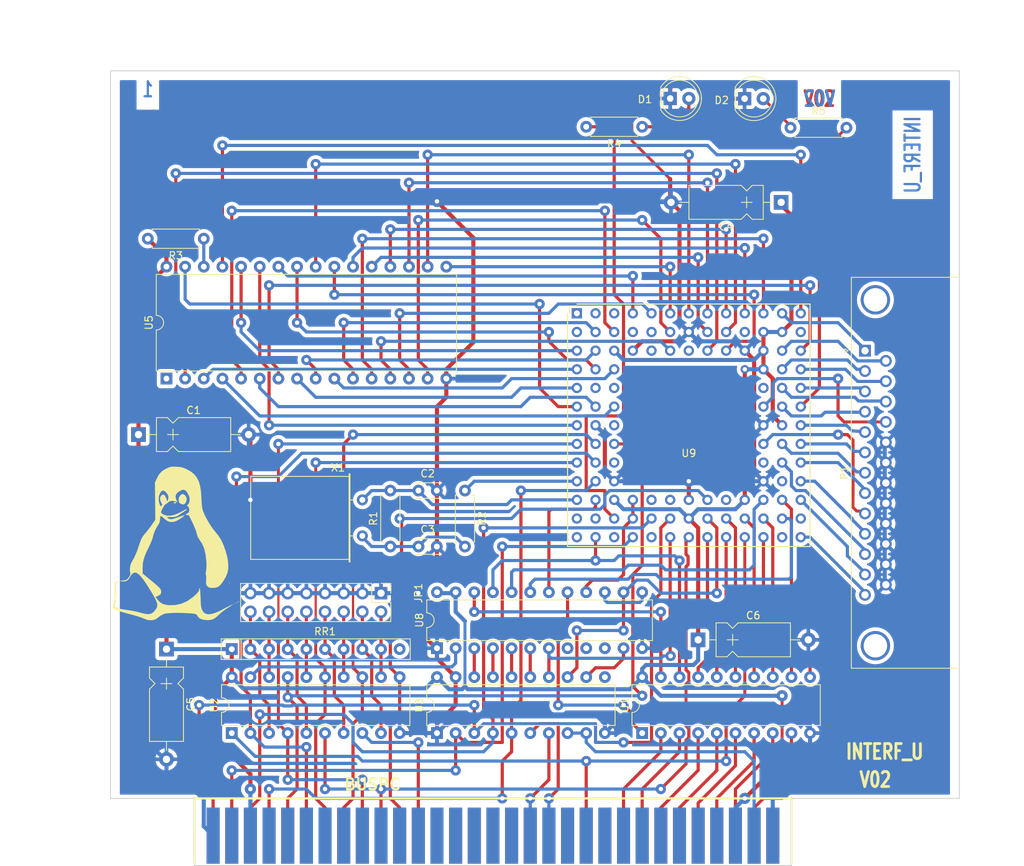
<source format=kicad_pcb>
(kicad_pcb (version 20210722) (generator pcbnew)
  (title_block (title "Demo") (rev "2.C") (company "Kicad"))
  (layers (0 "F.Cu" signal "top_copper") (31 "B.Cu" signal "bottom_copper") (34 "B.Paste" user) (35 "F.Paste" user) (36 "B.SilkS" user "B.Silkscreen") (37 "F.SilkS" user "F.Silkscreen") (38 "B.Mask" user) (39 "F.Mask" user) (44 "Edge.Cuts" user))
  (net 0 "")
  (net 1 "/8MH-OUT")
  (net 2 "/ACK")
  (net 3 "/AUTOFD-")
  (net 4 "/BIT0")
  (net 5 "/BIT1")
  (net 6 "/BIT2")
  (net 7 "/BIT3")
  (net 8 "/BIT4")
  (net 9 "/BIT5")
  (net 10 "/BIT6")
  (net 11 "/BIT7")
  (net 12 "/BUST+")
  (net 13 "/CLKLCA")
  (net 14 "/CS1-")
  (net 15 "/D0")
  (net 16 "/D1")
  (net 17 "/D2")
  (net 18 "/D3")
  (net 19 "/D4")
  (net 20 "/D5")
  (net 21 "/D6")
  (net 22 "/D7")
  (net 23 "/DIR")
  (net 24 "/DONE")
  (net 25 "/ENBBUF")
  (net 26 "/ERROR-")
  (net 27 "/INIT-")
  (net 28 "/LED1")
  (net 29 "/LED2")
  (net 30 "/MA0")
  (net 31 "/MA1")
  (net 32 "/MA10")
  (net 33 "/MA11")
  (net 34 "/MA12")
  (net 35 "/MA13")
  (net 36 "/MA14")
  (net 37 "/MA15")
  (net 38 "/MA16")
  (net 39 "/MA2")
  (net 40 "/MA3")
  (net 41 "/MA4")
  (net 42 "/MA5")
  (net 43 "/MA6")
  (net 44 "/MA7")
  (net 45 "/MA8")
  (net 46 "/MA9")
  (net 47 "/MATCHL")
  (net 48 "/MD0")
  (net 49 "/MD1")
  (net 50 "/MD2")
  (net 51 "/MD3")
  (net 52 "/MD4")
  (net 53 "/MD5")
  (net 54 "/MD6")
  (net 55 "/MD7")
  (net 56 "/OE-")
  (net 57 "/PC-A0")
  (net 58 "/PC-A1")
  (net 59 "/PC-A10")
  (net 60 "/PC-A11")
  (net 61 "/PC-A2")
  (net 62 "/PC-A3")
  (net 63 "/PC-A4")
  (net 64 "/PC-A5")
  (net 65 "/PC-A6")
  (net 66 "/PC-A7")
  (net 67 "/PC-A8")
  (net 68 "/PC-A9")
  (net 69 "/PC-AEN")
  (net 70 "/PC-DB0")
  (net 71 "/PC-DB1")
  (net 72 "/PC-DB2")
  (net 73 "/PC-DB3")
  (net 74 "/PC-DB4")
  (net 75 "/PC-DB5")
  (net 76 "/PC-DB6")
  (net 77 "/PC-DB7")
  (net 78 "/PC-IOR")
  (net 79 "/PC-IOW")
  (net 80 "/PC-RD")
  (net 81 "/PC-RST")
  (net 82 "/PC-WR")
  (net 83 "/PE+")
  (net 84 "/PROG-")
  (net 85 "/REF10")
  (net 86 "/REF11")
  (net 87 "/REF4")
  (net 88 "/REF5")
  (net 89 "/REF6")
  (net 90 "/REF7")
  (net 91 "/REF8")
  (net 92 "/REF9")
  (net 93 "/RSTL")
  (net 94 "/SEL_LPT")
  (net 95 "/SLCT+")
  (net 96 "/SLCTIN-")
  (net 97 "/STROBE")
  (net 98 "/WR-")
  (net 99 "/WR_REG")
  (net 100 "GND")
  (net 101 "VCC")
  (net 102 "Net-(C2-Pad1)")
  (net 103 "Net-(C3-Pad1)")
  (net 104 "Net-(R3-Pad1)")
  (net 105 "Net-(U3-Pad15)")
  (net 106 "Net-(U3-Pad16)")
  (net 107 "Net-(U3-Pad17)")
  (net 108 "Net-(U3-Pad18)")
  (net 109 "Net-(D1-Pad2)")
  (net 110 "Net-(D2-Pad2)")
  (net 111 "Net-(BUS1-Pad4)")
  (net 112 "Net-(BUS1-Pad5)")
  (net 113 "Net-(BUS1-Pad6)")
  (net 114 "Net-(BUS1-Pad7)")
  (net 115 "Net-(BUS1-Pad8)")
  (net 116 "Net-(BUS1-Pad9)")
  (net 117 "Net-(BUS1-Pad10)")
  (net 118 "Net-(BUS1-Pad11)")
  (net 119 "Net-(BUS1-Pad12)")
  (net 120 "Net-(BUS1-Pad15)")
  (net 121 "Net-(BUS1-Pad16)")
  (net 122 "Net-(BUS1-Pad17)")
  (net 123 "Net-(BUS1-Pad18)")
  (net 124 "Net-(BUS1-Pad19)")
  (net 125 "Net-(BUS1-Pad20)")
  (net 126 "Net-(BUS1-Pad21)")
  (net 127 "Net-(BUS1-Pad22)")
  (net 128 "Net-(BUS1-Pad23)")
  (net 129 "Net-(BUS1-Pad24)")
  (net 130 "Net-(BUS1-Pad25)")
  (net 131 "Net-(BUS1-Pad26)")
  (net 132 "Net-(BUS1-Pad27)")
  (net 133 "Net-(BUS1-Pad28)")
  (net 134 "Net-(BUS1-Pad30)")
  (net 135 "Net-(BUS1-Pad32)")
  (net 136 "Net-(BUS1-Pad41)")
  (net 137 "Net-(BUS1-Pad43)")
  (net 138 "Net-(BUS1-Pad44)")
  (net 139 "Net-(BUS1-Pad45)")
  (net 140 "Net-(BUS1-Pad46)")
  (net 141 "Net-(BUS1-Pad47)")
  (net 142 "Net-(BUS1-Pad48)")
  (net 143 "Net-(BUS1-Pad49)")
  (net 144 "Net-(BUS1-Pad50)")
  (net 145 "Net-(RR1-Pad10)")
  (net 146 "Net-(U3-Pad11)")
  (net 147 "Net-(U9-PadN1)")
  (net 148 "Net-(U9-PadN3)")
  (net 149 "Net-(U9-PadM1)")
  (net 150 "Net-(U9-PadM2)")
  (net 151 "Net-(U9-PadJ3)")
  (net 152 "Net-(U9-PadE2)")
  (net 153 "Net-(U9-PadE3)")
  (net 154 "Net-(U9-PadC5)")
  (net 155 "Net-(U9-PadB1)")
  (net 156 "Net-(U9-PadB4)")
  (net 157 "Net-(U9-PadB5)")
  (net 158 "Net-(U9-PadB10)")
  (net 159 "Net-(U9-PadB13)")
  (net 160 "Net-(U9-PadA1)")
  (net 161 "Net-(U9-PadA2)")
  (net 162 "Net-(U9-PadA3)")
  (net 163 "Net-(U9-PadN5)")
  (net 164 "Net-(U9-PadN12)")
  (net 165 "Net-(U9-PadL5)")
  (net 166 "Net-(U9-PadL6)")
  (net 167 "Net-(U9-PadL9)")
  (net 168 "Net-(U9-PadK12)")
  (net 169 "Net-(U9-PadJ11)")
  (net 170 "Net-(U9-PadE11)")
  (net 171 "Net-(U8-Pad8)")
  (net 172 "Net-(U8-Pad9)")
  (net 173 "Net-(U8-Pad10)")
  (footprint "Resistor_THT:R_Axial_DIN0207_L6.3mm_D2.5mm_P7.62mm_Horizontal" (layer "F.Cu") (at 171.958 42.037)
    (fp_text reference "R5")
    (fp_text value "330")
  )
  (footprint "Capacitor_THT:CP_Axial_L10.0mm_D4.5mm_P15.00mm_Horizontal" (layer "F.Cu") (at 159.385 111.76)
    (fp_text reference "C6")
    (fp_text value "47uF")
  )
  (footprint "Capacitor_THT:CP_Axial_L10.0mm_D4.5mm_P15.00mm_Horizontal" (layer "F.Cu") (at 86.995 113.03 -90)
    (fp_text reference "C5")
    (fp_text value "47uF")
  )
  (footprint "Capacitor_THT:CP_Axial_L10.0mm_D4.5mm_P15.00mm_Horizontal" (layer "F.Cu") (at 170.688 52.197 180)
    (fp_text reference "C4")
    (fp_text value "47uF")
  )
  (footprint "Capacitor_THT:CP_Axial_L10.0mm_D4.5mm_P15.00mm_Horizontal" (layer "F.Cu") (at 83.185 83.82)
    (fp_text reference "C1")
    (fp_text value "47uF")
  )
  (footprint "Capacitor_THT:C_Disc_D3.0mm_W2.0mm_P2.50mm" (layer "F.Cu") (at 121.305 91.44)
    (fp_text reference "C2")
    (fp_text value "47pF")
  )
  (footprint "Capacitor_THT:C_Disc_D3.0mm_W2.0mm_P2.50mm" (layer "F.Cu") (at 121.305 99.06)
    (fp_text reference "C3")
    (fp_text value "47pF")
  )
  (footprint "Connector_PinHeader_2.54mm:PinHeader_2x08_P2.54mm_Vertical" (layer "F.Cu") (at 116.205 105.41 -90)
    (fp_text reference "JP1")
    (fp_text value "CONN_8X2" hide)
  )
  (footprint "Package_DIP:DIP-20_W7.62mm" (layer "F.Cu") (at 151.765 124.46 90)
    (fp_text reference "U1")
    (fp_text value "74LS245")
  )
  (footprint "Package_DIP:DIP-20_W7.62mm" (layer "F.Cu") (at 95.885 124.46 90)
    (fp_text reference "U2")
    (fp_text value "74LS688")
  )
  (footprint "Package_DIP:DIP-20_W7.62mm" (layer "F.Cu") (at 123.825 124.46 90)
    (fp_text reference "U3")
    (fp_text value "74LS541")
  )
  (footprint "LOGO" (layer "F.Cu") (at 88.4 98.6)
    (fp_text reference "G1" hide)
    (fp_text value "Tux" hide)
  )
  (footprint "Package_DIP:DIP-32_W15.24mm" (layer "F.Cu") (at 86.995 76.2 90)
    (fp_text reference "U5")
    (fp_text value "628128")
  )
  (footprint "Package_DIP:DIP-24_W7.62mm" (layer "F.Cu") (at 123.825 112.903 90)
    (fp_text reference "U8")
    (fp_text value "EP600")
  )
  (footprint "Crystal:Crystal_HC18-U_Horizontal" (layer "F.Cu") (at 113.665 92.71 -90)
    (fp_text reference "X1")
    (fp_text value "8MHz")
  )
  (footprint "Resistor_THT:R_Axial_DIN0207_L6.3mm_D2.5mm_P7.62mm_Horizontal" (layer "F.Cu") (at 151.765 41.91 180)
    (fp_text reference "R4")
    (fp_text value "330")
  )
  (footprint "LED_THT:LED_D5.0mm" (layer "F.Cu") (at 155.58 38.06)
    (fp_text reference "D1")
    (fp_text value "LED")
  )
  (footprint "LED_THT:LED_D5.0mm" (layer "F.Cu") (at 165.71 38.08)
    (fp_text reference "D2")
    (fp_text value "LED")
  )
  (footprint "Connector_Dsub:DSUB-25_Female_Horizontal_P2.77x2.84mm_EdgePinOffset9.90mm_Housed_MountingHolesOffset11.32mm" (layer "F.Cu") (at 182.1 72.4 90)
    (fp_text reference "P1")
    (fp_text value "DB25FEMELLE")
  )
  (footprint "Resistor_THT:R_Array_SIP10" (layer "F.Cu") (at 95.885 113.03)
    (fp_text reference "RR1")
    (fp_text value "9x1K")
  )
  (footprint "interf_u:PGA120" (layer "F.Cu") (at 158.115 82.55 180)
    (fp_text reference "U9")
    (fp_text value "4003APG120")
  )
  (footprint "interf_u:BUS_PC" (layer "F.Cu") (at 131.445 138.43)
    (fp_text reference "BUS1" hide)
    (fp_text value "BUSPC")
  )
  (footprint "Resistor_THT:R_Axial_DIN0207_L6.3mm_D2.5mm_P7.62mm_Horizontal" (layer "F.Cu") (at 92.075 57.15 180)
    (fp_text reference "R3")
    (fp_text value "10K")
  )
  (footprint "Resistor_THT:R_Axial_DIN0207_L6.3mm_D2.5mm_P7.62mm_Horizontal" (layer "F.Cu") (at 127.635 91.44 -90)
    (fp_text reference "R2")
    (fp_text value "1K")
  )
  (footprint "Resistor_THT:R_Axial_DIN0207_L6.3mm_D2.5mm_P7.62mm_Horizontal" (layer "F.Cu") (at 117.475 99.06 90)
    (fp_text reference "R1")
    (fp_text value "100K")
  )
  (gr_line (start 172.085 133.35) (end 194.945 133.35) (layer "Edge.Cuts") (width 0.127))
  (gr_line (start 90.805 140.97) (end 90.805 142.494) (layer "Edge.Cuts") (width 0.127))
  (gr_line (start 79.375 133.35) (end 79.375 34.29) (layer "Edge.Cuts") (width 0.127))
  (gr_line (start 79.375 34.29) (end 194.945 34.29) (layer "Edge.Cuts") (width 0.127))
  (gr_line (start 194.945 133.35) (end 194.945 34.29) (layer "Edge.Cuts") (width 0.127))
  (gr_line (start 90.805 142.494) (end 172.085 142.494) (layer "Edge.Cuts") (width 0.127))
  (gr_line (start 90.805 133.35) (end 90.805 140.97) (layer "Edge.Cuts") (width 0.127))
  (gr_line (start 172.085 142.494) (end 172.085 133.35) (layer "Edge.Cuts") (width 0.127))
  (gr_line (start 90.805 133.35) (end 79.375 133.35) (layer "Edge.Cuts") (width 0.127))
  (gr_text "2" (at 81.915 39.37) (layer "F.Cu") (effects (font (size 2.032 1.524) (thickness 0.3048))))
  (gr_text "V02" (at 175.895 38.1) (layer "F.Cu") (effects (font (size 2.032 1.524) (thickness 0.381))))
  (gr_text "INTERF_U" (at 183.515 45.72 90) (layer "F.Cu") (effects (font (size 2.032 1.524) (thickness 0.3048))))
  (gr_text "V02" (at 175.895 38.1) (layer "B.Cu") (effects (font (size 2.032 1.524) (thickness 0.381)) (justify mirror)))
  (gr_text "1" (at 84.455 36.83) (layer "B.Cu") (effects (font (size 2.032 1.524) (thickness 0.3048)) (justify mirror)))
  (gr_text "INTERF_U" (at 188.595 45.72 90) (layer "B.Cu") (effects (font (size 2.032 1.524) (thickness 0.3048)) (justify mirror)))
  (gr_text "INTERF_U" (at 184.785 127) (layer "F.SilkS") (effects (font (size 2.032 1.524) (thickness 0.381))))
  (gr_text "V02" (at 183.515 130.81) (layer "F.SilkS") (effects (font (size 2.032 1.524) (thickness 0.381))))
  (segment (start 128.905 90.17) (end 142.875 90.17) (width 0.4318) (layer "B.Cu") (net 1))
  (segment (start 127.635 91.44) (end 128.905 90.17) (width 0.4318) (layer "B.Cu") (net 1))
  (segment (start 182.245 97.282) (end 180.34 95.377) (width 0.4318) (layer "B.Cu") (net 2))
  (segment (start 180.34 95.25) (end 180.34 95.377) (width 0.4318) (layer "B.Cu") (net 2))
  (segment (start 173.355 90.17) (end 175.26 90.17) (width 0.4318) (layer "B.Cu") (net 2))
  (segment (start 180.34 95.25) (end 175.26 90.17) (width 0.4318) (layer "B.Cu") (net 2))
  (segment (start 181.102 73.787) (end 184.785 73.787) (width 0.4318) (layer "B.Cu") (net 3))
  (segment (start 172.085 71.12) (end 178.435 71.12) (width 0.4318) (layer "B.Cu") (net 3))
  (segment (start 178.435 71.12) (end 181.102 73.787) (width 0.4318) (layer "B.Cu") (net 3))
  (segment (start 170.815 72.39) (end 172.085 71.12) (width 0.4318) (layer "B.Cu") (net 3))
  (segment (start 182.245 74.93) (end 182.245 75.184) (width 0.4318) (layer "B.Cu") (net 4))
  (segment (start 170.815 74.93) (end 172.085 73.66) (width 0.4318) (layer "B.Cu") (net 4))
  (segment (start 180.975 74.93) (end 182.245 74.93) (width 0.4318) (layer "B.Cu") (net 4))
  (segment (start 172.085 73.66) (end 179.705 73.66) (width 0.4318) (layer "B.Cu") (net 4))
  (segment (start 179.705 73.66) (end 180.975 74.93) (width 0.4318) (layer "B.Cu") (net 4))
  (segment (start 182.245 77.47) (end 182.245 77.851) (width 0.4318) (layer "B.Cu") (net 5))
  (segment (start 173.355 77.47) (end 182.245 77.47) (width 0.4318) (layer "B.Cu") (net 5))
  (segment (start 176.657 80.772) (end 182.245 80.772) (width 0.4318) (layer "B.Cu") (net 6))
  (segment (start 176.149 81.28) (end 176.657 80.772) (width 0.4318) (layer "B.Cu") (net 6))
  (segment (start 172.085 81.28) (end 176.149 81.28) (width 0.4318) (layer "B.Cu") (net 6))
  (segment (start 170.815 80.01) (end 172.085 81.28) (width 0.4318) (layer "B.Cu") (net 6))
  (segment (start 173.355 82.55) (end 179.578 82.55) (width 0.4318) (layer "B.Cu") (net 7))
  (segment (start 179.578 82.55) (end 180.34 83.312) (width 0.4318) (layer "B.Cu") (net 7))
  (segment (start 180.34 83.312) (end 182.245 83.439) (width 0.4318) (layer "B.Cu") (net 7))
  (segment (start 182.245 86.106) (end 182.245 86.233) (width 0.4318) (layer "B.Cu") (net 8))
  (segment (start 173.355 85.09) (end 179.578 85.09) (width 0.4318) (layer "B.Cu") (net 8))
  (segment (start 179.578 85.09) (end 180.594 86.106) (width 0.4318) (layer "B.Cu") (net 8))
  (segment (start 180.594 86.106) (end 182.245 86.106) (width 0.4318) (layer "B.Cu") (net 8))
  (segment (start 178.435 86.36) (end 180.975 88.9) (width 0.4318) (layer "B.Cu") (net 9))
  (segment (start 172.085 86.36) (end 178.435 86.36) (width 0.4318) (layer "B.Cu") (net 9))
  (segment (start 180.975 88.9) (end 182.245 88.9) (width 0.4318) (layer "B.Cu") (net 9))
  (segment (start 170.815 85.09) (end 172.085 86.36) (width 0.4318) (layer "B.Cu") (net 9))
  (segment (start 178.435 87.63) (end 182.245 91.44) (width 0.4318) (layer "B.Cu") (net 10))
  (segment (start 173.355 87.63) (end 178.435 87.63) (width 0.4318) (layer "B.Cu") (net 10))
  (segment (start 182.245 91.44) (end 182.245 91.694) (width 0.4318) (layer "B.Cu") (net 10))
  (segment (start 180.975 94.234) (end 181.774 94.234) (width 0.4) (layer "F.Cu") (net 11))
  (segment (start 179.705 83.82) (end 180.467 84.582) (width 0.4318) (layer "F.Cu") (net 11))
  (segment (start 180.467 84.582) (end 180.467 92.202) (width 0.4318) (layer "F.Cu") (net 11))
  (segment (start 181.774 94.234) (end 182.1 94.56) (width 0.4) (layer "F.Cu") (net 11))
  (segment (start 180.467 93.726) (end 180.975 94.234) (width 0.4) (layer "F.Cu") (net 11))
  (segment (start 180.467 92.202) (end 180.467 93.726) (width 0.4) (layer "F.Cu") (net 11))
  (segment (start 178.435 83.82) (end 179.705 83.82) (width 0.4318) (layer "F.Cu") (net 11))
  (via (at 178.435 83.82) (size 1.397) (drill 0.6) (layers "F.Cu" "B.Cu") (net 11))
  (segment (start 168.275 85.09) (end 169.545 83.82) (width 0.4318) (layer "B.Cu") (net 11))
  (segment (start 169.545 83.82) (end 178.435 83.82) (width 0.4318) (layer "B.Cu") (net 11))
  (segment (start 172.085 90.805) (end 172.72 91.44) (width 0.4318) (layer "B.Cu") (net 12))
  (segment (start 170.815 87.63) (end 172.085 88.9) (width 0.4318) (layer "B.Cu") (net 12))
  (segment (start 172.72 91.44) (end 173.99 91.44) (width 0.4318) (layer "B.Cu") (net 12))
  (segment (start 173.99 91.44) (end 182.245 99.695) (width 0.4318) (layer "B.Cu") (net 12))
  (segment (start 172.085 88.9) (end 172.085 90.805) (width 0.4318) (layer "B.Cu") (net 12))
  (segment (start 182.245 99.695) (end 182.245 99.949) (width 0.4318) (layer "B.Cu") (net 12))
  (segment (start 144.9705 103.632) (end 144.145 104.4575) (width 0.4318) (layer "F.Cu") (net 13))
  (segment (start 144.145 104.4575) (end 144.145 105.41) (width 0.4318) (layer "F.Cu") (net 13))
  (segment (start 150.495 92.71) (end 150.495 95.25) (width 0.4318) (layer "F.Cu") (net 13))
  (segment (start 150.495 95.25) (end 149.225 96.52) (width 0.4318) (layer "F.Cu") (net 13))
  (segment (start 149.225 96.52) (end 149.225 102.87) (width 0.4318) (layer "F.Cu") (net 13))
  (segment (start 149.225 102.87) (end 148.463 103.632) (width 0.4318) (layer "F.Cu") (net 13))
  (segment (start 148.463 103.632) (end 144.9705 103.632) (width 0.4318) (layer "F.Cu") (net 13))
  (segment (start 165.735 67.31) (end 165.735 58.42) (width 0.4318) (layer "F.Cu") (net 14))
  (via (at 165.735 58.42) (size 1.397) (drill 0.6) (layers "F.Cu" "B.Cu") (net 14))
  (segment (start 113.665 58.42) (end 112.395 59.69) (width 0.4318) (layer "B.Cu") (net 14))
  (segment (start 112.395 59.69) (end 112.395 60.96) (width 0.4318) (layer "B.Cu") (net 14))
  (segment (start 165.735 58.42) (end 113.665 58.42) (width 0.4318) (layer "B.Cu") (net 14))
  (segment (start 145.415 100.965) (end 145.415 97.79) (width 0.4318) (layer "F.Cu") (net 15))
  (segment (start 156.845 100.965) (end 156.845 116.84) (width 0.4318) (layer "F.Cu") (net 15))
  (via (at 156.845 100.965) (size 1.397) (drill 0.6) (layers "F.Cu" "B.Cu") (net 15))
  (via (at 145.415 100.965) (size 1.397) (drill 0.6) (layers "F.Cu" "B.Cu") (net 15))
  (segment (start 148.59 100.33) (end 156.21 100.33) (width 0.4318) (layer "B.Cu") (net 15))
  (segment (start 131.445 105.41) (end 131.445 102.235) (width 0.4318) (layer "B.Cu") (net 15))
  (segment (start 145.415 100.965) (end 147.955 100.965) (width 0.4318) (layer "B.Cu") (net 15))
  (segment (start 132.715 100.965) (end 145.415 100.965) (width 0.4318) (layer "B.Cu") (net 15))
  (segment (start 156.21 100.33) (end 156.845 100.965) (width 0.4318) (layer "B.Cu") (net 15))
  (segment (start 147.955 100.965) (end 148.59 100.33) (width 0.4318) (layer "B.Cu") (net 15))
  (segment (start 131.445 102.235) (end 132.715 100.965) (width 0.4318) (layer "B.Cu") (net 15))
  (segment (start 159.385 116.84) (end 159.385 115.57) (width 0.4318) (layer "F.Cu") (net 16))
  (segment (start 161.29 107.315) (end 160.655 106.68) (width 0.4318) (layer "F.Cu") (net 16))
  (segment (start 161.29 113.665) (end 161.29 107.315) (width 0.4318) (layer "F.Cu") (net 16))
  (segment (start 160.655 106.68) (end 160.655 97.79) (width 0.4318) (layer "F.Cu") (net 16))
  (segment (start 159.385 115.57) (end 161.29 113.665) (width 0.4318) (layer "F.Cu") (net 16))
  (segment (start 163.195 97.79) (end 163.195 114.3) (width 0.4318) (layer "F.Cu") (net 17))
  (segment (start 161.925 115.57) (end 161.925 116.84) (width 0.4318) (layer "F.Cu") (net 17))
  (segment (start 163.195 114.3) (end 161.925 115.57) (width 0.4318) (layer "F.Cu") (net 17))
  (segment (start 164.465 96.52) (end 164.465 116.84) (width 0.4318) (layer "F.Cu") (net 18))
  (segment (start 163.195 95.25) (end 164.465 96.52) (width 0.4318) (layer "F.Cu") (net 18))
  (segment (start 165.735 95.25) (end 167.005 96.52) (width 0.4318) (layer "F.Cu") (net 19))
  (segment (start 167.005 96.52) (end 167.005 116.84) (width 0.4318) (layer "F.Cu") (net 19))
  (segment (start 169.545 113.665) (end 169.545 116.84) (width 0.4318) (layer "F.Cu") (net 20))
  (segment (start 168.275 97.79) (end 168.275 112.395) (width 0.4318) (layer "F.Cu") (net 20))
  (segment (start 168.275 112.395) (end 169.545 113.665) (width 0.4318) (layer "F.Cu") (net 20))
  (segment (start 168.275 95.25) (end 169.545 96.52) (width 0.4318) (layer "F.Cu") (net 21))
  (segment (start 169.545 96.52) (end 169.545 111.76) (width 0.4318) (layer "F.Cu") (net 21))
  (segment (start 172.085 114.3) (end 172.085 116.84) (width 0.4318) (layer "F.Cu") (net 21))
  (segment (start 169.545 111.76) (end 172.085 114.3) (width 0.4318) (layer "F.Cu") (net 21))
  (segment (start 170.815 92.71) (end 172.085 93.98) (width 0.4318) (layer "F.Cu") (net 22))
  (segment (start 172.085 93.98) (end 172.085 112.395) (width 0.4318) (layer "F.Cu") (net 22))
  (segment (start 172.085 112.395) (end 174.625 114.935) (width 0.4318) (layer "F.Cu") (net 22))
  (segment (start 174.625 114.935) (end 174.625 116.84) (width 0.4318) (layer "F.Cu") (net 22))
  (segment (start 150.495 123.19) (end 151.765 124.46) (width 0.4318) (layer "F.Cu") (net 23))
  (segment (start 141.605 109.22) (end 140.335 110.49) (width 0.4318) (layer "F.Cu") (net 23))
  (segment (start 140.335 110.49) (end 140.335 120.65) (width 0.4318) (layer "F.Cu") (net 23))
  (segment (start 149.225 120.65) (end 150.495 121.92) (width 0.4318) (layer "F.Cu") (net 23))
  (segment (start 150.495 121.92) (end 150.495 123.19) (width 0.4318) (layer "F.Cu") (net 23))
  (segment (start 141.605 105.41) (end 141.605 109.22) (width 0.4318) (layer "F.Cu") (net 23))
  (via (at 140.335 120.65) (size 1.397) (drill 0.6) (layers "F.Cu" "B.Cu") (net 23))
  (via (at 149.225 120.65) (size 1.397) (drill 0.6) (layers "F.Cu" "B.Cu") (net 23))
  (segment (start 140.335 120.65) (end 149.225 120.65) (width 0.4318) (layer "B.Cu") (net 23))
  (segment (start 134.3025 102.235) (end 149.225 102.235) (width 0.4318) (layer "B.Cu") (net 24))
  (segment (start 154.305 101.6) (end 154.94 102.235) (width 0.4318) (layer "B.Cu") (net 24))
  (segment (start 166.37 102.235) (end 167.005 101.6) (width 0.4318) (layer "B.Cu") (net 24))
  (segment (start 154.94 102.235) (end 166.37 102.235) (width 0.4318) (layer "B.Cu") (net 24))
  (segment (start 133.985 105.41) (end 133.985 102.5525) (width 0.4318) (layer "B.Cu") (net 24))
  (segment (start 149.225 102.235) (end 149.86 101.6) (width 0.4318) (layer "B.Cu") (net 24))
  (segment (start 149.86 101.6) (end 154.305 101.6) (width 0.4318) (layer "B.Cu") (net 24))
  (segment (start 167.005 101.6) (end 167.005 93.98) (width 0.4318) (layer "B.Cu") (net 24))
  (segment (start 133.985 102.5525) (end 134.3025 102.235) (width 0.4318) (layer "B.Cu") (net 24))
  (segment (start 167.005 93.98) (end 168.275 92.71) (width 0.4318) (layer "B.Cu") (net 24))
  (segment (start 128.905 105.41) (end 128.905 107.95) (width 0.4318) (layer "F.Cu") (net 25))
  (segment (start 154.305 107.95) (end 154.305 116.84) (width 0.4318) (layer "F.Cu") (net 25))
  (via (at 128.905 107.95) (size 1.397) (drill 0.6) (layers "F.Cu" "B.Cu") (net 25))
  (via (at 154.305 107.95) (size 1.397) (drill 0.6) (layers "F.Cu" "B.Cu") (net 25))
  (segment (start 128.905 107.95) (end 154.305 107.95) (width 0.4318) (layer "B.Cu") (net 25))
  (segment (start 179.451 74.93) (end 181.102 76.581) (width 0.4318) (layer "B.Cu") (net 26))
  (segment (start 181.102 76.581) (end 184.785 76.581) (width 0.4318) (layer "B.Cu") (net 26))
  (segment (start 173.355 74.93) (end 179.451 74.93) (width 0.4318) (layer "B.Cu") (net 26))
  (segment (start 184.785 79.248) (end 184.785 79.2988) (width 0.4318) (layer "B.Cu") (net 27))
  (segment (start 181.229 79.248) (end 184.785 79.248) (width 0.4318) (layer "B.Cu") (net 27))
  (segment (start 180.721 78.74) (end 181.229 79.248) (width 0.4318) (layer "B.Cu") (net 27))
  (segment (start 172.085 78.74) (end 180.721 78.74) (width 0.4318) (layer "B.Cu") (net 27))
  (segment (start 170.815 77.47) (end 172.085 78.74) (width 0.4318) (layer "B.Cu") (net 27))
  (segment (start 146.685 91.44) (end 144.145 91.44) (width 0.4318) (layer "F.Cu") (net 28))
  (segment (start 147.955 64.77) (end 147.955 43.561) (width 0.4318) (layer "F.Cu") (net 28))
  (segment (start 149.225 81.28) (end 149.225 66.04) (width 0.4318) (layer "F.Cu") (net 28))
  (segment (start 146.304 41.91) (end 144.145 41.91) (width 0.4318) (layer "F.Cu") (net 28))
  (segment (start 149.225 66.04) (end 147.955 64.77) (width 0.4318) (layer "F.Cu") (net 28))
  (segment (start 144.145 91.44) (end 144.145 81.28) (width 0.4318) (layer "F.Cu") (net 28))
  (segment (start 147.955 43.561) (end 146.304 41.91) (width 0.4318) (layer "F.Cu") (net 28))
  (segment (start 146.685 93.98) (end 146.685 91.44) (width 0.4318) (layer "F.Cu") (net 28))
  (segment (start 147.955 95.25) (end 146.685 93.98) (width 0.4318) (layer "F.Cu") (net 28))
  (segment (start 144.145 81.28) (end 149.225 81.28) (width 0.4318) (layer "F.Cu") (net 28))
  (segment (start 175.895 45.72) (end 175.895 46.736) (width 0.381) (layer "F.Cu") (net 29))
  (segment (start 179.578 42.037) (end 175.895 45.72) (width 0.381) (layer "F.Cu") (net 29))
  (segment (start 175.895 77.47) (end 175.895 46.736) (width 0.4318) (layer "F.Cu") (net 29))
  (segment (start 173.355 80.01) (end 175.895 77.47) (width 0.4318) (layer "F.Cu") (net 29))
  (segment (start 113.665 57.15) (end 113.665 73.66) (width 0.4318) (layer "F.Cu") (net 30))
  (segment (start 114.935 74.93) (end 113.665 73.66) (width 0.4318) (layer "F.Cu") (net 30))
  (segment (start 114.935 76.2) (end 114.935 74.93) (width 0.4318) (layer "F.Cu") (net 30))
  (segment (start 168.275 67.31) (end 168.275 57.15) (width 0.4318) (layer "F.Cu") (net 30))
  (via (at 113.665 57.15) (size 1.397) (drill 0.6) (layers "F.Cu" "B.Cu") (net 30))
  (via (at 168.275 57.15) (size 1.397) (drill 0.6) (layers "F.Cu" "B.Cu") (net 30))
  (segment (start 168.275 57.15) (end 113.665 57.15) (width 0.4318) (layer "B.Cu") (net 30))
  (segment (start 111.125 73.66) (end 111.125 68.58) (width 0.4318) (layer "F.Cu") (net 31))
  (segment (start 112.395 76.2) (end 112.395 74.93) (width 0.4318) (layer "F.Cu") (net 31))
  (segment (start 112.395 74.93) (end 111.125 73.66) (width 0.4318) (layer "F.Cu") (net 31))
  (via (at 111.125 68.58) (size 1.397) (drill 0.6) (layers "F.Cu" "B.Cu") (net 31))
  (segment (start 144.145 68.58) (end 111.125 68.58) (width 0.4318) (layer "B.Cu") (net 31))
  (segment (start 145.415 69.85) (end 144.145 68.58) (width 0.4318) (layer "B.Cu") (net 31))
  (segment (start 163.195 72.39) (end 164.465 71.12) (width 0.4318) (layer "F.Cu") (net 32))
  (segment (start 164.465 71.12) (end 167.005 71.12) (width 0.4318) (layer "F.Cu") (net 32))
  (segment (start 109.855 64.77) (end 109.855 60.96) (width 0.4318) (layer "F.Cu") (net 32))
  (segment (start 167.005 71.12) (end 167.005 64.77) (width 0.4318) (layer "F.Cu") (net 32))
  (via (at 109.855 64.77) (size 1.397) (drill 0.6) (layers "F.Cu" "B.Cu") (net 32))
  (via (at 167.005 64.77) (size 1.397) (drill 0.6) (layers "F.Cu" "B.Cu") (net 32))
  (segment (start 167.005 64.77) (end 109.855 64.77) (width 0.4318) (layer "B.Cu") (net 32))
  (segment (start 145.415 74.93) (end 144.145 73.66) (width 0.4318) (layer "F.Cu") (net 33))
  (segment (start 139.065 71.12) (end 139.065 69.85) (width 0.4318) (layer "F.Cu") (net 33))
  (segment (start 104.775 68.58) (end 104.775 60.96) (width 0.4318) (layer "F.Cu") (net 33))
  (segment (start 141.605 73.66) (end 139.065 71.12) (width 0.4318) (layer "F.Cu") (net 33))
  (segment (start 144.145 73.66) (end 141.605 73.66) (width 0.4318) (layer "F.Cu") (net 33))
  (via (at 104.775 68.58) (size 1.397) (drill 0.6) (layers "F.Cu" "B.Cu") (net 33))
  (via (at 139.065 69.85) (size 1.397) (drill 0.6) (layers "F.Cu" "B.Cu") (net 33))
  (segment (start 106.045 69.85) (end 104.775 68.58) (width 0.4318) (layer "B.Cu") (net 33))
  (segment (start 139.065 69.85) (end 106.045 69.85) (width 0.4318) (layer "B.Cu") (net 33))
  (segment (start 99.695 81.28) (end 94.615 76.2) (width 0.4318) (layer "B.Cu") (net 34))
  (segment (start 146.685 81.28) (end 99.695 81.28) (width 0.4318) (layer "B.Cu") (net 34))
  (segment (start 147.955 80.01) (end 146.685 81.28) (width 0.4318) (layer "B.Cu") (net 34))
  (segment (start 97.155 68.58) (end 97.155 60.96) (width 0.4318) (layer "F.Cu") (net 35))
  (via (at 97.155 68.58) (size 1.397) (drill 0.6) (layers "F.Cu" "B.Cu") (net 35))
  (segment (start 97.155 69.85) (end 97.155 68.58) (width 0.4318) (layer "B.Cu") (net 35))
  (segment (start 99.695 72.39) (end 97.155 69.85) (width 0.4318) (layer "B.Cu") (net 35))
  (segment (start 142.875 72.39) (end 99.695 72.39) (width 0.4318) (layer "B.Cu") (net 35))
  (segment (start 142.875 74.93) (end 93.345 74.93) (width 0.4318) (layer "B.Cu") (net 36))
  (segment (start 93.345 74.93) (end 92.075 76.2) (width 0.4318) (layer "B.Cu") (net 36))
  (segment (start 140.335 80.01) (end 142.875 80.01) (width 0.4318) (layer "F.Cu") (net 37))
  (segment (start 137.795 66.04) (end 137.795 77.47) (width 0.4318) (layer "F.Cu") (net 37))
  (segment (start 137.795 77.47) (end 140.335 80.01) (width 0.4318) (layer "F.Cu") (net 37))
  (via (at 137.795 66.04) (size 1.397) (drill 0.6) (layers "F.Cu" "B.Cu") (net 37))
  (segment (start 89.535 60.96) (end 89.535 65.405) (width 0.4318) (layer "B.Cu") (net 37))
  (segment (start 137.795 66.04) (end 90.17 66.04) (width 0.4318) (layer "B.Cu") (net 37))
  (segment (start 90.17 66.04) (end 89.535 65.405) (width 0.4318) (layer "B.Cu") (net 37))
  (segment (start 88.265 73.66) (end 89.535 74.93) (width 0.4318) (layer "F.Cu") (net 38))
  (segment (start 161.925 71.12) (end 160.655 72.39) (width 0.4318) (layer "F.Cu") (net 38))
  (segment (start 161.925 48.26) (end 161.925 71.12) (width 0.4318) (layer "F.Cu") (net 38))
  (segment (start 89.535 74.93) (end 89.535 76.2) (width 0.4318) (layer "F.Cu") (net 38))
  (segment (start 88.265 48.26) (end 88.265 73.66) (width 0.4318) (layer "F.Cu") (net 38))
  (via (at 161.925 48.26) (size 1.397) (drill 0.6) (layers "F.Cu" "B.Cu") (net 38))
  (via (at 88.265 48.26) (size 1.397) (drill 0.6) (layers "F.Cu" "B.Cu") (net 38))
  (segment (start 161.925 48.26) (end 88.265 48.26) (width 0.4318) (layer "B.Cu") (net 38))
  (segment (start 111.125 77.47) (end 109.855 76.2) (width 0.4318) (layer "B.Cu") (net 39))
  (segment (start 132.715 77.47) (end 111.125 77.47) (width 0.4318) (layer "B.Cu") (net 39))
  (segment (start 146.685 76.2) (end 133.985 76.2) (width 0.4318) (layer "B.Cu") (net 39))
  (segment (start 147.955 74.93) (end 146.685 76.2) (width 0.4318) (layer "B.Cu") (net 39))
  (segment (start 133.985 76.2) (end 132.715 77.47) (width 0.4318) (layer "B.Cu") (net 39))
  (segment (start 107.315 76.2) (end 107.315 74.93) (width 0.4318) (layer "F.Cu") (net 40))
  (segment (start 107.315 74.93) (end 106.045 73.66) (width 0.4318) (layer "F.Cu") (net 40))
  (via (at 106.045 73.66) (size 1.397) (drill 0.6) (layers "F.Cu" "B.Cu") (net 40))
  (segment (start 144.145 73.66) (end 106.045 73.66) (width 0.4318) (layer "B.Cu") (net 40))
  (segment (start 145.415 72.39) (end 144.145 73.66) (width 0.4318) (layer "B.Cu") (net 40))
  (segment (start 142.875 77.47) (end 135.255 77.47) (width 0.4318) (layer "B.Cu") (net 41))
  (segment (start 133.985 78.74) (end 107.315 78.74) (width 0.4318) (layer "B.Cu") (net 41))
  (segment (start 107.315 78.74) (end 104.775 76.2) (width 0.4318) (layer "B.Cu") (net 41))
  (segment (start 135.255 77.47) (end 133.985 78.74) (width 0.4318) (layer "B.Cu") (net 41))
  (segment (start 102.235 76.2) (end 102.235 74.93) (width 0.4318) (layer "F.Cu") (net 42))
  (segment (start 100.965 73.66) (end 100.965 63.5) (width 0.4318) (layer "F.Cu") (net 42))
  (segment (start 174.625 71.12) (end 173.355 72.39) (width 0.4318) (layer "F.Cu") (net 42))
  (segment (start 174.625 63.5) (end 174.625 71.12) (width 0.4318) (layer "F.Cu") (net 42))
  (segment (start 102.235 74.93) (end 100.965 73.66) (width 0.4318) (layer "F.Cu") (net 42))
  (via (at 174.625 63.5) (size 1.397) (drill 0.6) (layers "F.Cu" "B.Cu") (net 42))
  (via (at 100.965 63.5) (size 1.397) (drill 0.6) (layers "F.Cu" "B.Cu") (net 42))
  (segment (start 100.965 63.5) (end 174.625 63.5) (width 0.4318) (layer "B.Cu") (net 42))
  (segment (start 136.525 78.74) (end 135.255 80.01) (width 0.4318) (layer "B.Cu") (net 43))
  (segment (start 99.695 77.47) (end 99.695 76.2) (width 0.4318) (layer "B.Cu") (net 43))
  (segment (start 145.415 80.01) (end 144.145 78.74) (width 0.4318) (layer "B.Cu") (net 43))
  (segment (start 144.145 78.74) (end 136.525 78.74) (width 0.4318) (layer "B.Cu") (net 43))
  (segment (start 135.255 80.01) (end 102.235 80.01) (width 0.4318) (layer "B.Cu") (net 43))
  (segment (start 102.235 80.01) (end 99.695 77.47) (width 0.4318) (layer "B.Cu") (net 43))
  (segment (start 97.155 74.93) (end 95.885 73.66) (width 0.4318) (layer "F.Cu") (net 44))
  (segment (start 95.885 53.34) (end 95.885 73.66) (width 0.4318) (layer "F.Cu") (net 44))
  (segment (start 97.155 76.2) (end 97.155 74.93) (width 0.4318) (layer "F.Cu") (net 44))
  (segment (start 146.685 68.58) (end 146.685 53.34) (width 0.4318) (layer "F.Cu") (net 44))
  (segment (start 147.955 69.85) (end 146.685 68.58) (width 0.4318) (layer "F.Cu") (net 44))
  (via (at 95.885 53.34) (size 1.397) (drill 0.6) (layers "F.Cu" "B.Cu") (net 44))
  (via (at 146.685 53.34) (size 1.397) (drill 0.6) (layers "F.Cu" "B.Cu") (net 44))
  (segment (start 146.685 53.34) (end 95.885 53.34) (width 0.4318) (layer "B.Cu") (net 44))
  (segment (start 100.965 82.55) (end 100.965 74.93) (width 0.4318) (layer "F.Cu") (net 45))
  (segment (start 100.965 74.93) (end 99.695 73.66) (width 0.4318) (layer "F.Cu") (net 45))
  (segment (start 99.695 73.66) (end 99.695 60.96) (width 0.4318) (layer "F.Cu") (net 45))
  (via (at 100.965 82.55) (size 1.397) (drill 0.6) (layers "F.Cu" "B.Cu") (net 45))
  (segment (start 142.875 82.55) (end 100.965 82.55) (width 0.4318) (layer "B.Cu") (net 45))
  (segment (start 150.495 67.31) (end 150.495 62.23) (width 0.4318) (layer "F.Cu") (net 46))
  (via (at 150.495 62.23) (size 1.397) (drill 0.6) (layers "F.Cu" "B.Cu") (net 46))
  (segment (start 103.505 62.23) (end 102.235 60.96) (width 0.4318) (layer "B.Cu") (net 46))
  (segment (start 150.495 62.23) (end 103.505 62.23) (width 0.4318) (layer "B.Cu") (net 46))
  (segment (start 98.425 116.84) (end 99.822 115.443) (width 0.4318) (layer "B.Cu") (net 47))
  (segment (start 126.365 114.935) (end 126.365 113.03) (width 0.4318) (layer "B.Cu") (net 47))
  (segment (start 99.822 115.443) (end 125.857 115.443) (width 0.4318) (layer "B.Cu") (net 47))
  (segment (start 125.857 115.443) (end 126.365 114.935) (width 0.4318) (layer "B.Cu") (net 47))
  (segment (start 116.205 73.66) (end 116.205 71.12) (width 0.4318) (layer "F.Cu") (net 48))
  (segment (start 117.475 76.2) (end 117.475 74.93) (width 0.4318) (layer "F.Cu") (net 48))
  (segment (start 117.475 74.93) (end 116.205 73.66) (width 0.4318) (layer "F.Cu") (net 48))
  (via (at 116.205 71.12) (size 1.397) (drill 0.6) (layers "F.Cu" "B.Cu") (net 48))
  (segment (start 154.305 71.12) (end 116.205 71.12) (width 0.4318) (layer "B.Cu") (net 48))
  (segment (start 155.575 72.39) (end 154.305 71.12) (width 0.4318) (layer "B.Cu") (net 48))
  (segment (start 120.015 74.93) (end 118.745 73.66) (width 0.4318) (layer "F.Cu") (net 49))
  (segment (start 120.015 76.2) (end 120.015 74.93) (width 0.4318) (layer "F.Cu") (net 49))
  (segment (start 118.745 67.31) (end 118.745 73.66) (width 0.4318) (layer "F.Cu") (net 49))
  (via (at 118.745 67.31) (size 1.397) (drill 0.6) (layers "F.Cu" "B.Cu") (net 49))
  (segment (start 139.065 67.31) (end 118.745 67.31) (width 0.4318) (layer "B.Cu") (net 49))
  (segment (start 151.765 66.04) (end 140.335 66.04) (width 0.4318) (layer "B.Cu") (net 49))
  (segment (start 153.035 67.31) (end 151.765 66.04) (width 0.4318) (layer "B.Cu") (net 49))
  (segment (start 140.335 66.04) (end 139.065 67.31) (width 0.4318) (layer "B.Cu") (net 49))
  (segment (start 121.285 73.66) (end 121.285 54.61) (width 0.4318) (layer "F.Cu") (net 50))
  (segment (start 122.555 74.93) (end 121.285 73.66) (width 0.4318) (layer "F.Cu") (net 50))
  (segment (start 122.555 76.2) (end 122.555 74.93) (width 0.4318) (layer "F.Cu") (net 50))
  (segment (start 155.575 69.85) (end 154.305 68.58) (width 0.4318) (layer "F.Cu") (net 50))
  (segment (start 154.305 57.15) (end 151.765 54.61) (width 0.4318) (layer "F.Cu") (net 50))
  (segment (start 154.305 68.58) (end 154.305 57.15) (width 0.4318) (layer "F.Cu") (net 50))
  (via (at 151.765 54.61) (size 1.397) (drill 0.6) (layers "F.Cu" "B.Cu") (net 50))
  (via (at 121.285 54.61) (size 1.397) (drill 0.6) (layers "F.Cu" "B.Cu") (net 50))
  (segment (start 121.285 54.61) (end 151.765 54.61) (width 0.4318) (layer "B.Cu") (net 50))
  (segment (start 155.575 67.31) (end 155.575 60.96) (width 0.4318) (layer "F.Cu") (net 51))
  (via (at 155.575 60.96) (size 1.397) (drill 0.6) (layers "F.Cu" "B.Cu") (net 51))
  (segment (start 155.575 60.96) (end 125.095 60.96) (width 0.4318) (layer "B.Cu") (net 51))
  (segment (start 158.115 67.31) (end 158.115 45.72) (width 0.4318) (layer "F.Cu") (net 52))
  (segment (start 122.555 60.96) (end 122.555 45.72) (width 0.4318) (layer "F.Cu") (net 52))
  (via (at 122.555 45.72) (size 1.397) (drill 0.6) (layers "F.Cu" "B.Cu") (net 52))
  (via (at 158.115 45.72) (size 1.397) (drill 0.6) (layers "F.Cu" "B.Cu") (net 52))
  (segment (start 158.115 45.72) (end 122.555 45.72) (width 0.4318) (layer "B.Cu") (net 52))
  (segment (start 120.015 60.96) (end 120.015 49.53) (width 0.4318) (layer "F.Cu") (net 53))
  (segment (start 160.655 67.31) (end 160.655 49.53) (width 0.4318) (layer "F.Cu") (net 53))
  (via (at 160.655 49.53) (size 1.397) (drill 0.6) (layers "F.Cu" "B.Cu") (net 53))
  (via (at 120.015 49.53) (size 1.397) (drill 0.6) (layers "F.Cu" "B.Cu") (net 53))
  (segment (start 120.015 49.53) (end 160.655 49.53) (width 0.4318) (layer "B.Cu") (net 53))
  (segment (start 163.195 67.31) (end 163.195 55.88) (width 0.4318) (layer "F.Cu") (net 54))
  (segment (start 117.475 60.96) (end 117.475 55.88) (width 0.4318) (layer "F.Cu") (net 54))
  (via (at 117.475 55.88) (size 1.397) (drill 0.6) (layers "F.Cu" "B.Cu") (net 54))
  (via (at 163.195 55.88) (size 1.397) (drill 0.6) (layers "F.Cu" "B.Cu") (net 54))
  (segment (start 117.475 55.88) (end 163.195 55.88) (width 0.4318) (layer "B.Cu") (net 54))
  (segment (start 160.655 69.85) (end 159.385 68.58) (width 0.4318) (layer "F.Cu") (net 55))
  (segment (start 159.385 68.58) (end 159.385 59.69) (width 0.4318) (layer "F.Cu") (net 55))
  (via (at 159.385 59.69) (size 1.397) (drill 0.6) (layers "F.Cu" "B.Cu") (net 55))
  (segment (start 116.205 59.69) (end 114.935 60.96) (width 0.4318) (layer "B.Cu") (net 55))
  (segment (start 159.385 59.69) (end 116.205 59.69) (width 0.4318) (layer "B.Cu") (net 55))
  (segment (start 107.315 46.99) (end 107.315 60.96) (width 0.4318) (layer "F.Cu") (net 56))
  (segment (start 163.195 69.85) (end 164.465 68.58) (width 0.4318) (layer "F.Cu") (net 56))
  (segment (start 164.465 68.58) (end 164.465 46.99) (width 0.4318) (layer "F.Cu") (net 56))
  (via (at 107.315 46.99) (size 1.397) (drill 0.6) (layers "F.Cu" "B.Cu") (net 56))
  (via (at 164.465 46.99) (size 1.397) (drill 0.6) (layers "F.Cu" "B.Cu") (net 56))
  (segment (start 164.465 46.99) (end 107.315 46.99) (width 0.4318) (layer "B.Cu") (net 56))
  (segment (start 153.035 125.73) (end 149.225 125.73) (width 0.4318) (layer "F.Cu") (net 57))
  (segment (start 128.905 124.46) (end 128.905 120.65) (width 0.4318) (layer "F.Cu") (net 57))
  (segment (start 91.44 125.222) (end 91.44 120.65) (width 0.4318) (layer "F.Cu") (net 57))
  (segment (start 93.345 127.127) (end 91.44 125.222) (width 0.4318) (layer "F.Cu") (net 57))
  (segment (start 155.575 95.25) (end 154.305 96.52) (width 0.4318) (layer "F.Cu") (net 57))
  (segment (start 93.345 138.43) (end 93.345 127.127) (width 0.4318) (layer "F.Cu") (net 57))
  (segment (start 154.305 96.52) (end 154.305 105.41) (width 0.4318) (layer "F.Cu") (net 57))
  (segment (start 154.305 105.41) (end 153.035 106.68) (width 0.4318) (layer "F.Cu") (net 57))
  (segment (start 153.035 106.68) (end 153.035 125.73) (width 0.4318) (layer "F.Cu") (net 57))
  (via (at 149.225 125.73) (size 1.397) (drill 0.6) (layers "F.Cu" "B.Cu") (net 57))
  (via (at 91.44 120.65) (size 1.397) (drill 0.635) (layers "F.Cu" "B.Cu") (net 57))
  (via (at 128.905 120.65) (size 1.397) (drill 0.6) (layers "F.Cu" "B.Cu") (net 57))
  (segment (start 102.944166 120.764312) (end 102.829854 120.65) (width 0.4318) (layer "B.Cu") (net 57))
  (segment (start 91.44 120.65) (end 102.829854 120.65) (width 0.4318) (layer "B.Cu") (net 57))
  (segment (start 104.180146 120.65) (end 104.065834 120.764312) (width 0.4318) (layer "B.Cu") (net 57))
  (segment (start 130.175 123.19) (end 128.905 124.46) (width 0.4318) (layer "B.Cu") (net 57))
  (segment (start 149.225 125.73) (end 145.415 125.73) (width 0.4318) (layer "B.Cu") (net 57))
  (segment (start 145.415 125.73) (end 145.415 123.19) (width 0.4318) (layer "B.Cu") (net 57))
  (segment (start 128.905 120.65) (end 104.180146 120.65) (width 0.4318) (layer "B.Cu") (net 57))
  (segment (start 145.415 123.19) (end 130.175 123.19) (width 0.4318) (layer "B.Cu") (net 57))
  (segment (start 104.065834 120.764312) (end 102.944166 120.764312) (width 0.4318) (layer "B.Cu") (net 57))
  (segment (start 132.715 125.73) (end 127.635 125.73) (width 0.4318) (layer "F.Cu") (net 58))
  (segment (start 127.635 125.73) (end 126.365 124.46) (width 0.4318) (layer "F.Cu") (net 58))
  (segment (start 95.885 129.54) (end 95.885 138.43) (width 0.4318) (layer "F.Cu") (net 58))
  (segment (start 126.365 124.46) (end 126.365 129.54) (width 0.4318) (layer "F.Cu") (net 58))
  (segment (start 132.715 99.06) (end 132.715 125.73) (width 0.4318) (layer "F.Cu") (net 58))
  (via (at 126.365 129.54) (size 1.397) (drill 0.6) (layers "F.Cu" "B.Cu") (net 58))
  (via (at 95.885 129.54) (size 1.397) (drill 0.6) (layers "F.Cu" "B.Cu") (net 58))
  (via (at 132.715 99.06) (size 1.397) (drill 0.6) (layers "F.Cu" "B.Cu") (net 58))
  (segment (start 150.495 97.79) (end 149.225 99.06) (width 0.4318) (layer "B.Cu") (net 58))
  (segment (start 126.365 129.54) (end 95.885 129.54) (width 0.4318) (layer "B.Cu") (net 58))
  (segment (start 149.225 99.06) (end 132.715 99.06) (width 0.4318) (layer "B.Cu") (net 58))
  (segment (start 117.475 115.57) (end 118.745 116.84) (width 0.4318) (layer "F.Cu") (net 59))
  (segment (start 118.745 134.62) (end 117.475 133.35) (width 0.4318) (layer "F.Cu") (net 59))
  (segment (start 118.999 108.966) (end 117.475 110.49) (width 0.4318) (layer "F.Cu") (net 59))
  (segment (start 117.475 133.35) (end 117.475 123.19) (width 0.4318) (layer "F.Cu") (net 59))
  (segment (start 117.475 110.49) (end 117.475 115.57) (width 0.4318) (layer "F.Cu") (net 59))
  (segment (start 118.745 138.43) (end 118.745 134.62) (width 0.4318) (layer "F.Cu") (net 59))
  (segment (start 118.745 121.92) (end 118.745 116.84) (width 0.4318) (layer "F.Cu") (net 59))
  (segment (start 117.475 123.19) (end 118.745 121.92) (width 0.4318) (layer "F.Cu") (net 59))
  (segment (start 118.745 95.25) (end 118.999 95.504) (width 0.4318) (layer "F.Cu") (net 59))
  (segment (start 118.999 95.504) (end 118.999 108.966) (width 0.4318) (layer "F.Cu") (net 59))
  (via (at 118.745 95.25) (size 1.397) (drill 0.6) (layers "F.Cu" "B.Cu") (net 59))
  (segment (start 146.685 93.345) (end 146.05 93.98) (width 0.4318) (layer "B.Cu") (net 59))
  (segment (start 146.685 92.075) (end 146.685 93.345) (width 0.4318) (layer "B.Cu") (net 59))
  (segment (start 159.385 91.44) (end 147.32 91.44) (width 0.4318) (layer "B.Cu") (net 59))
  (segment (start 146.05 93.98) (end 135.255 93.98) (width 0.4318) (layer "B.Cu") (net 59))
  (segment (start 147.32 91.44) (end 146.685 92.075) (width 0.4318) (layer "B.Cu") (net 59))
  (segment (start 135.255 93.98) (end 133.985 95.25) (width 0.4318) (layer "B.Cu") (net 59))
  (segment (start 160.655 92.71) (end 159.385 91.44) (width 0.4318) (layer "B.Cu") (net 59))
  (segment (start 133.985 95.25) (end 118.745 95.25) (width 0.4318) (layer "B.Cu") (net 59))
  (segment (start 121.285 138.43) (end 121.285 125.73) (width 0.4318) (layer "F.Cu") (net 60))
  (via (at 121.285 125.73) (size 1.397) (drill 0.6) (layers "F.Cu" "B.Cu") (net 60))
  (segment (start 121.285 125.73) (end 114.935 125.73) (width 0.4318) (layer "B.Cu") (net 60))
  (segment (start 114.935 125.73) (end 113.665 124.46) (width 0.4318) (layer "B.Cu") (net 60))
  (segment (start 99.695 121.92) (end 99.695 133.35) (width 0.4318) (layer "F.Cu") (net 61))
  (segment (start 130.175 96.52) (end 130.175 121.285) (width 0.4318) (layer "F.Cu") (net 61))
  (segment (start 98.425 134.62) (end 98.425 138.43) (width 0.4318) (layer "F.Cu") (net 61))
  (segment (start 130.175 121.285) (end 131.445 122.555) (width 0.4318) (layer "F.Cu") (net 61))
  (segment (start 131.445 122.555) (end 131.445 124.46) (width 0.4318) (layer "F.Cu") (net 61))
  (segment (start 99.695 133.35) (end 98.425 134.62) (width 0.4318) (layer "F.Cu") (net 61))
  (via (at 130.175 96.52) (size 1.397) (drill 0.6) (layers "F.Cu" "B.Cu") (net 61))
  (via (at 99.695 121.92) (size 1.397) (drill 0.6) (layers "F.Cu" "B.Cu") (net 61))
  (segment (start 151.765 96.52) (end 130.175 96.52) (width 0.4318) (layer "B.Cu") (net 61))
  (segment (start 111.125 121.92) (end 99.695 121.92) (width 0.4318) (layer "B.Cu") (net 61))
  (segment (start 113.665 127) (end 112.395 125.73) (width 0.4318) (layer "B.Cu") (net 61))
  (segment (start 131.445 124.46) (end 131.445 125.73) (width 0.4318) (layer "B.Cu") (net 61))
  (segment (start 112.395 123.19) (end 111.125 121.92) (width 0.4318) (layer "B.Cu") (net 61))
  (segment (start 153.035 95.25) (end 151.765 96.52) (width 0.4318) (layer "B.Cu") (net 61))
  (segment (start 130.175 127) (end 113.665 127) (width 0.4318) (layer "B.Cu") (net 61))
  (segment (start 131.445 125.73) (end 130.175 127) (width 0.4318) (layer "B.Cu") (net 61))
  (segment (start 112.395 125.73) (end 112.395 123.19) (width 0.4318) (layer "B.Cu") (net 61))
  (segment (start 133.985 124.46) (end 133.985 121.285) (width 0.4318) (layer "F.Cu") (net 62))
  (segment (start 133.985 127) (end 132.715 128.27) (width 0.4318) (layer "F.Cu") (net 62))
  (segment (start 133.985 124.46) (end 133.985 127) (width 0.4318) (layer "F.Cu") (net 62))
  (segment (start 132.715 128.27) (end 132.715 133.35) (width 0.4318) (layer "F.Cu") (net 62))
  (segment (start 135.255 120.015) (end 135.255 91.44) (width 0.4318) (layer "F.Cu") (net 62))
  (segment (start 100.965 132.08) (end 100.965 138.43) (width 0.4318) (layer "F.Cu") (net 62))
  (segment (start 133.985 121.285) (end 135.255 120.015) (width 0.4318) (layer "F.Cu") (net 62))
  (via (at 135.255 91.44) (size 1.397) (drill 0.6) (layers "F.Cu" "B.Cu") (net 62))
  (via (at 132.715 133.35) (size 1.397) (drill 0.6) (layers "F.Cu" "B.Cu") (net 62))
  (via (at 100.965 132.08) (size 1.397) (drill 0.6) (layers "F.Cu" "B.Cu") (net 62))
  (segment (start 132.715 133.35) (end 107.315 133.35) (width 0.4318) (layer "B.Cu") (net 62))
  (segment (start 106.045 132.08) (end 100.965 132.08) (width 0.4318) (layer "B.Cu") (net 62))
  (segment (start 135.255 91.44) (end 144.145 91.44) (width 0.4318) (layer "B.Cu") (net 62))
  (segment (start 107.315 133.35) (end 106.045 132.08) (width 0.4318) (layer "B.Cu") (net 62))
  (segment (start 144.145 91.44) (end 145.415 90.17) (width 0.4318) (layer "B.Cu") (net 62))
  (segment (start 151.765 85.4075) (end 151.4475 85.09) (width 0.4318) (layer "F.Cu") (net 63))
  (segment (start 103.505 116.84) (end 103.505 119.59591) (width 0.4318) (layer "F.Cu") (net 63))
  (segment (start 103.505 138.43) (end 103.505 133.35) (width 0.4318) (layer "F.Cu") (net 63))
  (segment (start 103.505 133.35) (end 104.775 132.08) (width 0.4318) (layer "F.Cu") (net 63))
  (segment (start 151.4475 85.09) (end 147.955 85.09) (width 0.4318) (layer "F.Cu") (net 63))
  (segment (start 103.505 119.59591) (end 104.775 120.86591) (width 0.4318) (layer "F.Cu") (net 63))
  (segment (start 150.495 118.11) (end 150.495 102.87) (width 0.4318) (layer "F.Cu") (net 63))
  (segment (start 151.765 119.38) (end 150.495 118.11) (width 0.4318) (layer "F.Cu") (net 63))
  (segment (start 104.775 132.08) (end 104.775 120.86591) (width 0.4318) (layer "F.Cu") (net 63))
  (segment (start 151.765 101.6) (end 151.765 85.4075) (width 0.4318) (layer "F.Cu") (net 63))
  (segment (start 150.495 102.87) (end 151.765 101.6) (width 0.4318) (layer "F.Cu") (net 63))
  (via (at 151.765 119.38) (size 1.397) (drill 0.6) (layers "F.Cu" "B.Cu") (net 63))
  (via (at 103.505 119.59591) (size 1.397) (drill 0.635) (layers "F.Cu" "B.Cu") (net 63))
  (segment (start 103.72091 119.38) (end 103.505 119.59591) (width 0.4318) (layer "B.Cu") (net 63))
  (segment (start 151.765 119.38) (end 103.72091 119.38) (width 0.4318) (layer "B.Cu") (net 63))
  (segment (start 106.045 138.43) (end 106.045 126.365) (width 0.4318) (layer "F.Cu") (net 64))
  (segment (start 97.155 110.236) (end 97.155 118.11) (width 0.4318) (layer "F.Cu") (net 64))
  (segment (start 97.155 118.11) (end 98.425 119.38) (width 0.4318) (layer "F.Cu") (net 64))
  (segment (start 98.425 119.38) (end 98.425 124.46) (width 0.4318) (layer "F.Cu") (net 64))
  (segment (start 96.52 109.601) (end 97.155 110.236) (width 0.4318) (layer "F.Cu") (net 64))
  (segment (start 96.52 89.535) (end 96.52 109.601) (width 0.4318) (layer "F.Cu") (net 64))
  (via (at 96.52 89.535) (size 1.397) (drill 0.6) (layers "F.Cu" "B.Cu") (net 64))
  (via (at 106.045 126.365) (size 1.397) (drill 0.6) (layers "F.Cu" "B.Cu") (net 64))
  (segment (start 105.41 86.36) (end 144.145 86.36) (width 0.4318) (layer "B.Cu") (net 64))
  (segment (start 105.41 86.36) (end 102.235 89.535) (width 0.4318) (layer "B.Cu") (net 64))
  (segment (start 100.33 126.365) (end 98.425 124.46) (width 0.4318) (layer "B.Cu") (net 64))
  (segment (start 144.145 86.36) (end 145.415 87.63) (width 0.4318) (layer "B.Cu") (net 64))
  (segment (start 102.235 89.535) (end 96.52 89.535) (width 0.4318) (layer "B.Cu") (net 64))
  (segment (start 106.045 126.365) (end 100.33 126.365) (width 0.4318) (layer "B.Cu") (net 64))
  (segment (start 108.585 115.57) (end 108.585 116.84) (width 0.4318) (layer "F.Cu") (net 65))
  (segment (start 107.315 87.63) (end 107.315 103.886) (width 0.4) (layer "F.Cu") (net 65))
  (segment (start 107.315 133.35) (end 107.315 123.19) (width 0.4318) (layer "F.Cu") (net 65))
  (segment (start 107.315 109.601) (end 107.315 114.3) (width 0.4) (layer "F.Cu") (net 65))
  (segment (start 108.585 138.43) (end 108.585 134.62) (width 0.4318) (layer "F.Cu") (net 65))
  (segment (start 107.315 123.19) (end 108.585 121.92) (width 0.4318) (layer "F.Cu") (net 65))
  (segment (start 108.585 121.92) (end 108.585 116.84) (width 0.4318) (layer "F.Cu") (net 65))
  (segment (start 107.315 103.886) (end 107.315 109.601) (width 0.3) (layer "F.Cu") (net 65))
  (segment (start 108.585 134.62) (end 107.315 133.35) (width 0.4318) (layer "F.Cu") (net 65))
  (segment (start 107.315 114.3) (end 108.585 115.57) (width 0.4318) (layer "F.Cu") (net 65))
  (via (at 107.315 87.63) (size 1.397) (drill 0.6) (layers "F.Cu" "B.Cu") (net 65))
  (segment (start 142.875 87.63) (end 107.315 87.63) (width 0.4318) (layer "B.Cu") (net 65))
  (segment (start 112.395 133.35) (end 112.395 123.19) (width 0.4318) (layer "F.Cu") (net 66))
  (segment (start 112.395 83.82) (end 111.125 85.09) (width 0.4318) (layer "F.Cu") (net 66))
  (segment (start 111.125 85.09) (end 111.125 100.33) (width 0.4318) (layer "F.Cu") (net 66))
  (segment (start 111.125 100.33) (end 112.395 101.6) (width 0.4318) (layer "F.Cu") (net 66))
  (segment (start 111.125 138.43) (end 111.125 134.62) (width 0.4318) (layer "F.Cu") (net 66))
  (segment (start 112.395 109.601) (end 112.395 115.57) (width 0.381) (layer "F.Cu") (net 66))
  (segment (start 113.665 121.92) (end 113.665 116.84) (width 0.4318) (layer "F.Cu") (net 66))
  (segment (start 112.395 101.6) (end 112.395 103.886) (width 0.381) (layer "F.Cu") (net 66))
  (segment (start 112.395 115.57) (end 113.665 116.84) (width 0.4318) (layer "F.Cu") (net 66))
  (segment (start 112.395 123.19) (end 113.665 121.92) (width 0.4318) (layer "F.Cu") (net 66))
  (segment (start 111.125 134.62) (end 112.395 133.35) (width 0.4318) (layer "F.Cu") (net 66))
  (segment (start 112.395 103.886) (end 112.395 109.601) (width 0.3) (layer "F.Cu") (net 66))
  (via (at 112.395 83.82) (size 1.397) (drill 0.6) (layers "F.Cu" "B.Cu") (net 66))
  (segment (start 145.415 85.09) (end 144.145 83.82) (width 0.4318) (layer "B.Cu") (net 66))
  (segment (start 144.145 83.82) (end 112.395 83.82) (width 0.4318) (layer "B.Cu") (net 66))
  (segment (start 103.505 130.81) (end 103.505 124.46) (width 0.4318) (layer "F.Cu") (net 67))
  (segment (start 113.665 138.43) (end 113.665 130.81) (width 0.4318) (layer "F.Cu") (net 67))
  (segment (start 102.235 109.601) (end 102.235 123.19) (width 0.4) (layer "F.Cu") (net 67))
  (segment (start 102.235 103.886) (end 102.235 109.601) (width 0.3) (layer "F.Cu") (net 67))
  (segment (start 102.235 85.09) (end 102.235 103.886) (width 0.4) (layer "F.Cu") (net 67))
  (segment (start 102.235 123.19) (end 103.505 124.46) (width 0.4318) (layer "F.Cu") (net 67))
  (via (at 102.235 85.09) (size 1.397) (drill 0.6) (layers "F.Cu" "B.Cu") (net 67))
  (via (at 113.665 130.81) (size 1.397) (drill 0.6) (layers "F.Cu" "B.Cu") (net 67))
  (via (at 103.505 130.81) (size 1.397) (drill 0.6) (layers "F.Cu" "B.Cu") (net 67))
  (segment (start 102.235 85.09) (end 142.875 85.09) (width 0.4318) (layer "B.Cu") (net 67))
  (segment (start 113.665 130.81) (end 103.505 130.81) (width 0.4318) (layer "B.Cu") (net 67))
  (segment (start 157.734 98.171) (end 158.115 97.79) (width 0.4318) (layer "F.Cu") (net 68))
  (segment (start 157.734 125.450454) (end 158.114901 125.069553) (width 0.4318) (layer "F.Cu") (net 68))
  (segment (start 108.585 132.08) (end 108.585 124.46) (width 0.4318) (layer "F.Cu") (net 68))
  (segment (start 116.205 138.43) (end 116.205 132.08) (width 0.4318) (layer "F.Cu") (net 68))
  (segment (start 157.734 117.830454) (end 158.114901 117.449553) (width 0.4318) (layer "F.Cu") (net 68))
  (segment (start 158.013401 101.525833) (end 158.013401 100.404167) (width 0.4318) (layer "F.Cu") (net 68))
  (segment (start 158.013401 100.404167) (end 157.734 100.124766) (width 0.4318) (layer "F.Cu") (net 68))
  (segment (start 158.114901 117.449553) (end 158.114901 116.230447) (width 0.4) (layer "F.Cu") (net 68))
  (segment (start 158.114901 116.230447) (end 157.734 115.849546) (width 0.4318) (layer "F.Cu") (net 68))
  (segment (start 157.734 101.805234) (end 158.013401 101.525833) (width 0.4318) (layer "F.Cu") (net 68))
  (segment (start 157.734 115.849546) (end 157.734 101.805234) (width 0.4318) (layer "F.Cu") (net 68))
  (segment (start 158.114901 123.850447) (end 157.734 123.469546) (width 0.4318) (layer "F.Cu") (net 68))
  (segment (start 157.734 100.124766) (end 157.734 98.171) (width 0.4318) (layer "F.Cu") (net 68))
  (segment (start 157.734 123.469546) (end 157.734 117.830454) (width 0.4) (layer "F.Cu") (net 68))
  (segment (start 158.114901 125.069553) (end 158.114901 123.850447) (width 0.4318) (layer "F.Cu") (net 68))
  (segment (start 157.734 128.651) (end 157.734 125.450454) (width 0.4318) (layer "F.Cu") (net 68))
  (segment (start 154.305 132.08) (end 157.734 128.651) (width 0.4318) (layer "F.Cu") (net 68))
  (via (at 154.305 132.08) (size 1.397) (drill 0.6) (layers "F.Cu" "B.Cu") (net 68))
  (via (at 116.205 132.08) (size 1.397) (drill 0.6) (layers "F.Cu" "B.Cu") (net 68))
  (via (at 108.585 132.08) (size 1.397) (drill 0.6) (layers "F.Cu" "B.Cu") (net 68))
  (segment (start 116.205 132.08) (end 108.585 132.08) (width 0.4318) (layer "B.Cu") (net 68))
  (segment (start 116.205 132.08) (end 154.305 132.08) (width 0.4318) (layer "B.Cu") (net 68))
  (segment (start 163.195 121.92) (end 165.735 119.38) (width 0.4318) (layer "F.Cu") (net 69))
  (segment (start 163.195 128.27) (end 163.195 121.92) (width 0.4318) (layer "F.Cu") (net 69))
  (segment (start 165.735 119.38) (end 165.735 97.79) (width 0.4) (layer "F.Cu") (net 69))
  (segment (start 144.145 128.27) (end 144.145 138.43) (width 0.4318) (layer "F.Cu") (net 69))
  (via (at 144.145 128.27) (size 1.397) (drill 0.6) (layers "F.Cu" "B.Cu") (net 69))
  (via (at 163.195 128.27) (size 1.397) (drill 0.6) (layers "F.Cu" "B.Cu") (net 69))
  (segment (start 144.145 128.27) (end 163.195 128.27) (width 0.4318) (layer "B.Cu") (net 69))
  (segment (start 99.06 127.635) (end 113.03 127.635) (width 0.4318) (layer "B.Cu") (net 69))
  (segment (start 113.665 128.27) (end 144.145 128.27) (width 0.4318) (layer "B.Cu") (net 69))
  (segment (start 113.03 127.635) (end 113.665 128.27) (width 0.4318) (layer "B.Cu") (net 69))
  (segment (start 95.885 124.46) (end 99.06 127.635) (width 0.4318) (layer "B.Cu") (net 69))
  (segment (start 149.225 138.43) (end 149.225 132.08) (width 0.4318) (layer "F.Cu") (net 70))
  (segment (start 149.225 132.08) (end 154.305 127) (width 0.4318) (layer "F.Cu") (net 70))
  (segment (start 154.305 127) (end 154.305 124.46) (width 0.4318) (layer "F.Cu") (net 70))
  (segment (start 156.845 127) (end 156.845 124.46) (width 0.4318) (layer "F.Cu") (net 71))
  (segment (start 151.765 138.43) (end 151.765 132.08) (width 0.4318) (layer "F.Cu") (net 71))
  (segment (start 151.765 132.08) (end 156.845 127) (width 0.4318) (layer "F.Cu") (net 71))
  (segment (start 154.305 138.43) (end 154.305 134.62) (width 0.4318) (layer "F.Cu") (net 72))
  (segment (start 154.305 134.62) (end 159.385 129.54) (width 0.4318) (layer "F.Cu") (net 72))
  (segment (start 159.385 129.54) (end 159.385 124.46) (width 0.4318) (layer "F.Cu") (net 72))
  (segment (start 156.845 134.62) (end 161.925 129.54) (width 0.4318) (layer "F.Cu") (net 73))
  (segment (start 161.925 129.54) (end 161.925 124.46) (width 0.4318) (layer "F.Cu") (net 73))
  (segment (start 156.845 138.43) (end 156.845 134.62) (width 0.4318) (layer "F.Cu") (net 73))
  (segment (start 159.385 133.985) (end 164.465 128.905) (width 0.4318) (layer "F.Cu") (net 74))
  (segment (start 159.385 138.43) (end 159.385 133.985) (width 0.4318) (layer "F.Cu") (net 74))
  (segment (start 164.465 128.905) (end 164.465 124.46) (width 0.4318) (layer "F.Cu") (net 74))
  (segment (start 161.925 133.35) (end 167.005 128.27) (width 0.4318) (layer "F.Cu") (net 75))
  (segment (start 161.925 138.43) (end 161.925 133.35) (width 0.4318) (layer "F.Cu") (net 75))
  (segment (start 167.005 128.27) (end 167.005 124.46) (width 0.4318) (layer "F.Cu") (net 75))
  (segment (start 169.545 124.46) (end 169.545 127) (width 0.4318) (layer "F.Cu") (net 76))
  (segment (start 164.465 132.08) (end 164.465 138.43) (width 0.4318) (layer "F.Cu") (net 76))
  (segment (start 169.545 127) (end 164.465 132.08) (width 0.4318) (layer "F.Cu") (net 76))
  (segment (start 172.085 132.08) (end 172.085 124.46) (width 0.4318) (layer "F.Cu") (net 77))
  (segment (start 170.815 133.35) (end 172.085 132.08) (width 0.4318) (layer "F.Cu") (net 77))
  (segment (start 168.275 133.35) (end 170.815 133.35) (width 0.4318) (layer "F.Cu") (net 77))
  (segment (start 167.005 134.62) (end 168.275 133.35) (width 0.4318) (layer "F.Cu") (net 77))
  (segment (start 167.005 138.43) (end 167.005 134.62) (width 0.4318) (layer "F.Cu") (net 77))
  (segment (start 136.525 133.35) (end 139.065 130.81) (width 0.4318) (layer "F.Cu") (net 78))
  (segment (start 139.065 130.81) (end 139.065 124.46) (width 0.4318) (layer "F.Cu") (net 78))
  (via (at 136.525 133.35) (size 1.397) (drill 0.6) (layers "F.Cu" "B.Cu") (net 78))
  (segment (start 136.525 138.43) (end 136.525 133.35) (width 0.4318) (layer "B.Cu") (net 78))
  (segment (start 139.065 133.35) (end 140.335 132.08) (width 0.4318) (layer "F.Cu") (net 79))
  (segment (start 137.795 123.19) (end 136.525 124.46) (width 0.4318) (layer "F.Cu") (net 79))
  (segment (start 140.335 123.19) (end 137.795 123.19) (width 0.4318) (layer "F.Cu") (net 79))
  (segment (start 140.335 132.08) (end 140.335 123.19) (width 0.4318) (layer "F.Cu") (net 79))
  (via (at 139.065 133.35) (size 1.397) (drill 0.6) (layers "F.Cu" "B.Cu") (net 79))
  (segment (start 139.065 138.43) (end 139.065 133.35) (width 0.4318) (layer "B.Cu") (net 79))
  (segment (start 161.925 96.52) (end 160.655 95.25) (width 0.4318) (layer "F.Cu") (net 80))
  (segment (start 161.925 105.41) (end 161.925 96.52) (width 0.4318) (layer "F.Cu") (net 80))
  (segment (start 142.875 115.57) (end 141.605 116.84) (width 0.4318) (layer "F.Cu") (net 80))
  (segment (start 142.875 110.49) (end 142.875 115.57) (width 0.4318) (layer "F.Cu") (net 80))
  (segment (start 149.225 105.41) (end 149.225 110.49) (width 0.4318) (layer "F.Cu") (net 80))
  (via (at 142.875 110.49) (size 1.397) (drill 0.6) (layers "F.Cu" "B.Cu") (net 80))
  (via (at 161.925 105.41) (size 1.397) (drill 0.6) (layers "F.Cu" "B.Cu") (net 80))
  (via (at 149.225 110.49) (size 1.397) (drill 0.6) (layers "F.Cu" "B.Cu") (net 80))
  (segment (start 149.225 110.49) (end 142.875 110.49) (width 0.4318) (layer "B.Cu") (net 80))
  (segment (start 149.225 105.41) (end 151.003 103.632) (width 0.4318) (layer "B.Cu") (net 80))
  (segment (start 151.003 103.632) (end 152.527 103.632) (width 0.4318) (layer "B.Cu") (net 80))
  (segment (start 154.305 105.41) (end 161.925 105.41) (width 0.4318) (layer "B.Cu") (net 80))
  (segment (start 152.527 103.632) (end 154.305 105.41) (width 0.4318) (layer "B.Cu") (net 80))
  (segment (start 144.145 125.73) (end 144.145 124.46) (width 0.4318) (layer "B.Cu") (net 81))
  (segment (start 144.145 124.46) (end 141.605 124.46) (width 0.4318) (layer "B.Cu") (net 81))
  (segment (start 145.415 127) (end 144.145 125.73) (width 0.4318) (layer "B.Cu") (net 81))
  (segment (start 165.735 127) (end 145.415 127) (width 0.4318) (layer "B.Cu") (net 81))
  (segment (start 167.005 138.43) (end 167.005 128.27) (width 0.4318) (layer "B.Cu") (net 81))
  (segment (start 167.005 128.27) (end 165.735 127) (width 0.4318) (layer "B.Cu") (net 81))
  (segment (start 155.575 113.895609) (end 155.636481 113.95709) (width 0.4318) (layer "F.Cu") (net 82))
  (segment (start 139.065 116.84) (end 139.065 113.03) (width 0.4318) (layer "F.Cu") (net 82))
  (segment (start 155.575 97.79) (end 155.575 113.895609) (width 0.4318) (layer "F.Cu") (net 82))
  (via (at 155.636481 113.95709) (size 1.397) (drill 0.635) (layers "F.Cu" "B.Cu") (net 82))
  (segment (start 154.648653 113.95709) (end 155.636481 113.95709) (width 0.4318) (layer "B.Cu") (net 82))
  (segment (start 139.065 113.9825) (end 139.357189 114.274689) (width 0.4318) (layer "B.Cu") (net 82))
  (segment (start 154.331054 114.274689) (end 154.648653 113.95709) (width 0.4318) (layer "B.Cu") (net 82))
  (segment (start 139.065 113.03) (end 139.065 113.9825) (width 0.4318) (layer "B.Cu") (net 82))
  (segment (start 139.357189 114.274689) (end 154.331054 114.274689) (width 0.4318) (layer "B.Cu") (net 82))
  (segment (start 179.705 99.06) (end 179.705 100.33) (width 0.4318) (layer "B.Cu") (net 83))
  (segment (start 179.705 100.33) (end 182.245 102.743) (width 0.4318) (layer "B.Cu") (net 83))
  (segment (start 173.355 92.71) (end 179.705 99.06) (width 0.4318) (layer "B.Cu") (net 83))
  (segment (start 137.16 103.505) (end 149.86 103.505) (width 0.4318) (layer "B.Cu") (net 84))
  (segment (start 136.525 105.41) (end 136.525 104.14) (width 0.4318) (layer "B.Cu") (net 84))
  (segment (start 149.86 103.505) (end 150.495 102.87) (width 0.4318) (layer "B.Cu") (net 84))
  (segment (start 171.7675 95.25) (end 170.815 95.25) (width 0.4318) (layer "B.Cu") (net 84))
  (segment (start 172.085 103.1875) (end 172.085 95.5675) (width 0.4318) (layer "B.Cu") (net 84))
  (segment (start 171.7675 103.505) (end 172.085 103.1875) (width 0.4318) (layer "B.Cu") (net 84))
  (segment (start 136.525 104.14) (end 137.16 103.505) (width 0.4318) (layer "B.Cu") (net 84))
  (segment (start 172.085 95.5675) (end 171.7675 95.25) (width 0.4318) (layer "B.Cu") (net 84))
  (segment (start 153.67 102.87) (end 154.305 103.505) (width 0.4318) (layer "B.Cu") (net 84))
  (segment (start 154.305 103.505) (end 171.7675 103.505) (width 0.4318) (layer "B.Cu") (net 84))
  (segment (start 150.495 102.87) (end 153.67 102.87) (width 0.4318) (layer "B.Cu") (net 84))
  (segment (start 116.205 113.03) (end 116.205 107.95) (width 0.4318) (layer "F.Cu") (net 85))
  (segment (start 116.205 116.84) (end 116.205 113.03) (width 0.4318) (layer "F.Cu") (net 85))
  (segment (start 114.935 114.3) (end 114.935 119.38) (width 0.4318) (layer "F.Cu") (net 86))
  (segment (start 113.665 113.03) (end 113.665 107.95) (width 0.4318) (layer "F.Cu") (net 86))
  (segment (start 113.665 113.03) (end 114.935 114.3) (width 0.4318) (layer "F.Cu") (net 86))
  (segment (start 116.205 120.65) (end 116.205 124.46) (width 0.4318) (layer "F.Cu") (net 86))
  (segment (start 114.935 119.38) (end 116.205 120.65) (width 0.4318) (layer "F.Cu") (net 86))
  (segment (start 100.965 107.95) (end 100.965 113.03) (width 0.4318) (layer "F.Cu") (net 87))
  (segment (start 100.965 113.03) (end 100.965 116.84) (width 0.4318) (layer "F.Cu") (net 87))
  (segment (start 98.425 113.03) (end 99.695 114.3) (width 0.4318) (layer "F.Cu") (net 88))
  (segment (start 100.965 120.65) (end 100.965 124.46) (width 0.4318) (layer "F.Cu") (net 88))
  (segment (start 99.695 119.38) (end 100.965 120.65) (width 0.4318) (layer "F.Cu") (net 88))
  (segment (start 99.695 114.3) (end 99.695 119.38) (width 0.4318) (layer "F.Cu") (net 88))
  (segment (start 98.425 113.03) (end 98.425 107.95) (width 0.4318) (layer "F.Cu") (net 88))
  (segment (start 106.045 113.03) (end 106.045 107.95) (width 0.4318) (layer "F.Cu") (net 89))
  (segment (start 106.045 116.84) (end 106.045 113.03) (width 0.4318) (layer "F.Cu") (net 89))
  (segment (start 111.125 113.03) (end 111.125 107.95) (width 0.4318) (layer "F.Cu") (net 90))
  (segment (start 111.125 116.84) (end 111.125 113.03) (width 0.4318) (layer "F.Cu") (net 90))
  (segment (start 103.505 113.03) (end 104.775 114.3) (width 0.4318) (layer "F.Cu") (net 91))
  (segment (start 104.775 114.3) (end 104.775 119.38) (width 0.4318) (layer "F.Cu") (net 91))
  (segment (start 103.505 113.03) (end 103.505 107.95) (width 0.4318) (layer "F.Cu") (net 91))
  (segment (start 104.775 119.38) (end 106.045 120.65) (width 0.4318) (layer "F.Cu") (net 91))
  (segment (start 106.045 120.65) (end 106.045 124.46) (width 0.4318) (layer "F.Cu") (net 91))
  (segment (start 108.585 113.03) (end 108.585 107.95) (width 0.4318) (layer "F.Cu") (net 92))
  (segment (start 109.855 114.3) (end 109.855 119.38) (width 0.4318) (layer "F.Cu") (net 92))
  (segment (start 111.125 120.65) (end 111.125 124.46) (width 0.4318) (layer "F.Cu") (net 92))
  (segment (start 108.585 113.03) (end 109.855 114.3) (width 0.4318) (layer "F.Cu") (net 92))
  (segment (start 109.855 119.38) (end 111.125 120.65) (width 0.4318) (layer "F.Cu") (net 92))
  (segment (start 149.225 114.3) (end 147.955 115.57) (width 0.4318) (layer "F.Cu") (net 93))
  (segment (start 145.415 115.57) (end 144.145 116.84) (width 0.4318) (layer "F.Cu") (net 93))
  (segment (start 149.225 113.03) (end 149.225 114.3) (width 0.4318) (layer "F.Cu") (net 93))
  (segment (start 147.955 115.57) (end 145.415 115.57) (width 0.4318) (layer "F.Cu") (net 93))
  (segment (start 145.415 93.6625) (end 145.415 92.71) (width 0.4318) (layer "F.Cu") (net 94))
  (segment (start 145.0975 93.98) (end 145.415 93.6625) (width 0.4318) (layer "F.Cu") (net 94))
  (segment (start 139.3825 93.98) (end 145.0975 93.98) (width 0.4318) (layer "F.Cu") (net 94))
  (segment (start 139.065 105.41) (end 139.065 94.2975) (width 0.4318) (layer "F.Cu") (net 94))
  (segment (start 139.065 94.2975) (end 139.3825 93.98) (width 0.4318) (layer "F.Cu") (net 94))
  (segment (start 173.355 97.79) (end 174.625 97.79) (width 0.4318) (layer "B.Cu") (net 95))
  (segment (start 182.245 105.41) (end 182.245 105.537) (width 0.4318) (layer "B.Cu") (net 95))
  (segment (start 174.625 97.79) (end 182.245 105.41) (width 0.4318) (layer "B.Cu") (net 95))
  (segment (start 178.435 76.2) (end 178.435 81.28) (width 0.4318) (layer "F.Cu") (net 96))
  (segment (start 179.25 82.095) (end 179.07 81.915) (width 0.4) (layer "F.Cu") (net 96))
  (segment (start 178.435 81.28) (end 179.07 81.915) (width 0.4318) (layer "F.Cu") (net 96))
  (segment (start 184.94 82.095) (end 179.25 82.095) (width 0.4) (layer "F.Cu") (net 96))
  (via (at 178.435 76.2) (size 1.397) (drill 0.6) (layers "F.Cu" "B.Cu") (net 96))
  (segment (start 169.545 76.835) (end 170.18 76.2) (width 0.4318) (layer "B.Cu") (net 96))
  (segment (start 168.275 80.01) (end 169.545 78.74) (width 0.4318) (layer "B.Cu") (net 96))
  (segment (start 170.18 76.2) (end 178.435 76.2) (width 0.4318) (layer "B.Cu") (net 96))
  (segment (start 169.545 78.74) (end 169.545 76.835) (width 0.4318) (layer "B.Cu") (net 96))
  (segment (start 172.085 68.58) (end 178.435 68.58) (width 0.4318) (layer "B.Cu") (net 97))
  (segment (start 170.815 67.31) (end 172.085 68.58) (width 0.4318) (layer "B.Cu") (net 97))
  (segment (start 178.435 68.58) (end 182.245 72.39) (width 0.4318) (layer "B.Cu") (net 97))
  (segment (start 173.355 67.31) (end 173.355 45.72) (width 0.4318) (layer "F.Cu") (net 98))
  (segment (start 94.615 60.96) (end 94.615 44.45) (width 0.4318) (layer "F.Cu") (net 98))
  (via (at 94.615 44.45) (size 1.397) (drill 0.6) (layers "F.Cu" "B.Cu") (net 98))
  (via (at 173.355 45.72) (size 1.397) (drill 0.6) (layers "F.Cu" "B.Cu") (net 98))
  (segment (start 161.925 45.72) (end 160.655 44.45) (width 0.4318) (layer "B.Cu") (net 98))
  (segment (start 160.655 44.45) (end 94.615 44.45) (width 0.4318) (layer "B.Cu") (net 98))
  (segment (start 173.355 45.72) (end 161.925 45.72) (width 0.4318) (layer "B.Cu") (net 98))
  (segment (start 151.765 106.3625) (end 151.765 105.41) (width 0.4318) (layer "B.Cu") (net 99))
  (segment (start 151.4475 106.68) (end 151.765 106.3625) (width 0.4318) (layer "B.Cu") (net 99))
  (segment (start 146.685 106.3625) (end 147.0025 106.68) (width 0.4318) (layer "B.Cu") (net 99))
  (segment (start 147.0025 106.68) (end 151.4475 106.68) (width 0.4318) (layer "B.Cu") (net 99))
  (segment (start 146.685 105.41) (end 146.685 106.3625) (width 0.4318) (layer "B.Cu") (net 99))
  (segment (start 151.765 71.12) (end 156.845 71.12) (width 0.5588) (layer "F.Cu") (net 100))
  (segment (start 150.495 72.39) (end 151.765 71.12) (width 0.5588) (layer "F.Cu") (net 100))
  (segment (start 156.2 36.01) (end 155.575 36.635) (width 0.5588) (layer "F.Cu") (net 100))
  (segment (start 167.005 81.28) (end 168.275 82.55) (width 0.5588) (layer "F.Cu") (net 100))
  (segment (start 167.005 83.82) (end 168.275 82.55) (width 0.5588) (layer "F.Cu") (net 100))
  (segment (start 123.825 80.01) (end 123.825 91.44) (width 0.5588) (layer "F.Cu") (net 100))
  (segment (start 123.825 124.46) (end 123.825 123.19) (width 0.5588) (layer "F.Cu") (net 100))
  (segment (start 165.735 38.1) (end 160.655 38.1) (width 0.5588) (layer "F.Cu") (net 100))
  (segment (start 158.115 69.85) (end 156.845 68.58) (width 0.5588) (layer "F.Cu") (net 100))
  (segment (start 150.368 43.815) (end 155.575 49.022) (width 0.381) (layer "F.Cu") (net 100))
  (segment (start 155.575 49.022) (end 155.575 52.07) (width 0.5588) (layer "F.Cu") (net 100))
  (segment (start 121.285 110.49) (end 123.825 113.03) (width 0.5588) (layer "F.Cu") (net 100))
  (segment (start 146.685 83.82) (end 146.685 88.9) (width 0.5588) (layer "F.Cu") (net 100))
  (segment (start 123.825 102.87) (end 121.285 105.41) (width 0.5588) (layer "F.Cu") (net 100))
  (segment (start 121.285 105.41) (end 121.285 110.49) (width 0.5588) (layer "F.Cu") (net 100))
  (segment (start 128.778 57.023) (end 123.825 52.07) (width 0.5588) (layer "F.Cu") (net 100))
  (segment (start 125.095 78.74) (end 123.825 80.01) (width 0.5588) (layer "F.Cu") (net 100))
  (segment (start 128.778 71.247) (end 128.778 57.023) (width 0.5588) (layer "F.Cu") (net 100))
  (segment (start 125.095 76.2) (end 125.095 74.93) (width 0.5588) (layer "F.Cu") (net 100))
  (segment (start 155.58 38.06) (end 152.44 38.06) (width 0.381) (layer "F.Cu") (net 100))
  (segment (start 156.845 53.34) (end 155.575 52.07) (width 0.5588) (layer "F.Cu") (net 100))
  (segment (start 123.825 123.19) (end 126.365 120.65) (width 0.5588) (layer "F.Cu") (net 100))
  (segment (start 156.845 68.58) (end 156.845 53.34) (width 0.5588) (layer "F.Cu") (net 100))
  (segment (start 123.825 99.06) (end 123.825 91.44) (width 0.5588) (layer "F.Cu") (net 100))
  (segment (start 126.365 120.65) (end 126.365 116.84) (width 0.5588) (layer "F.Cu") (net 100))
  (segment (start 150.368 40.132) (end 150.368 43.815) (width 0.381) (layer "F.Cu") (net 100))
  (segment (start 160.08 36.54) (end 159.55 36.01) (width 0.5588) (layer "F.Cu") (net 100))
  (segment (start 160.08 37.525) (end 160.08 36.54) (width 0.5588) (layer "F.Cu") (net 100))
  (segment (start 158.115 90.17) (end 158.115 92.71) (width 0.5588) (layer "F.Cu") (net 100))
  (segment (start 125.095 74.93) (end 128.778 71.247) (width 0.5588) (layer "F.Cu") (net 100))
  (segment (start 155.575 36.635) (end 155.575 38.1) (width 0.5588) (layer "F.Cu") (net 100))
  (segment (start 123.825 114.3) (end 126.365 116.84) (width 0.5588) (layer "F.Cu") (net 100))
  (segment (start 98.425 92.71) (end 98.425 83.82) (width 0.5588) (layer "F.Cu") (net 100))
  (segment (start 168.275 90.17) (end 167.005 88.9) (width 0.5588) (layer "F.Cu") (net 100))
  (segment (start 123.825 113.03) (end 123.825 114.3) (width 0.5588) (layer "F.Cu") (net 100))
  (segment (start 167.005 73.66) (end 167.005 81.28) (width 0.5588) (layer "F.Cu") (net 100))
  (segment (start 167.005 88.9) (end 167.005 83.82) (width 0.5588) (layer "F.Cu") (net 100))
  (segment (start 160.655 38.1) (end 160.08 37.525) (width 0.5588) (layer "F.Cu") (net 100))
  (segment (start 146.685 88.9) (end 147.955 90.17) (width 0.5588) (layer "F.Cu") (net 100))
  (segment (start 152.44 38.06) (end 150.368 40.132) (width 0.381) (layer "F.Cu") (net 100))
  (segment (start 123.825 99.06) (end 123.825 102.87) (width 0.5588) (layer "F.Cu") (net 100))
  (segment (start 145.415 82.55) (end 146.685 83.82) (width 0.5588) (layer "F.Cu") (net 100))
  (segment (start 156.845 71.12) (end 158.115 69.85) (width 0.5588) (layer "F.Cu") (net 100))
  (segment (start 159.55 36.01) (end 156.2 36.01) (width 0.5588) (layer "F.Cu") (net 100))
  (segment (start 125.095 76.2) (end 125.095 78.74) (width 0.5588) (layer "F.Cu") (net 100))
  (segment (start 165.735 72.39) (end 167.005 73.66) (width 0.5588) (layer "F.Cu") (net 100))
  (via (at 123.825 52.07) (size 1.524) (drill 0.6) (layers "F.Cu" "B.Cu") (net 100))
  (via (at 121.285 105.41) (size 1.524) (drill 0.6) (layers "F.Cu" "B.Cu") (net 100))
  (via (at 98.425 92.71) (size 1.524) (drill 0.6) (layers "F.Cu" "B.Cu") (net 100))
  (via (at 158.115 90.17) (size 1.524) (drill 0.6) (layers "F.Cu" "B.Cu") (net 100))
  (segment (start 123.825 52.07) (end 155.575 52.07) (width 0.5588) (layer "B.Cu") (net 100))
  (segment (start 100.965 105.41) (end 103.505 105.41) (width 0.5588) (layer "B.Cu") (net 100))
  (segment (start 146.685 124.46) (end 146.685 123.19) (width 0.5588) (layer "B.Cu") (net 100))
  (segment (start 88.265 132.08) (end 86.995 130.81) (width 0.5588) (layer "B.Cu") (net 100))
  (segment (start 184.785 95.9104) (end 184.785 93.0656) (width 0.5588) (layer "B.Cu") (net 100))
  (segment (start 85.09 126.365) (end 86.995 128.27) (width 0.5588) (layer "B.Cu") (net 100))
  (segment (start 174.625 123.825) (end 174.625 124.46) (width 0.5588) (layer "B.Cu") (net 100))
  (segment (start 116.205 105.41) (end 121.285 105.41) (width 0.5588) (layer "B.Cu") (net 100))
  (segment (start 145.415 121.92) (end 126.365 121.92) (width 0.5588) (layer "B.Cu") (net 100))
  (segment (start 106.045 105.41) (end 108.585 105.41) (width 0.5588) (layer "B.Cu") (net 100))
  (segment (start 118.745 124.46) (end 123.825 124.46) (width 0.5588) (layer "B.Cu") (net 100))
  (segment (start 174.625 124.46) (end 174.625 130.81) (width 0.5588) (layer "B.Cu") (net 100))
  (segment (start 106.045 105.41) (end 103.505 105.41) (width 0.5588) (layer "B.Cu") (net 100))
  (segment (start 93.345 138.43) (end 92.075 137.16) (width 0.5588) (layer "B.Cu") (net 100))
  (segment (start 86.995 130.81) (end 86.995 128.27) (width 0.5588) (layer "B.Cu") (net 100))
  (segment (start 184.785 104.14) (end 184.785 101.346) (width 0.5588) (layer "B.Cu") (net 100))
  (segment (start 112.395 88.9) (end 121.285 88.9) (width 0.5588) (layer "B.Cu") (net 100))
  (segment (start 149.225 121.92) (end 172.72 121.92) (width 0.5588) (layer "B.Cu") (net 100))
  (segment (start 90.805 132.08) (end 88.265 132.08) (width 0.5588) (layer "B.Cu") (net 100))
  (segment (start 107.315 92.71) (end 98.425 92.71) (width 0.5588) (layer "B.Cu") (net 100))
  (segment (start 146.685 124.46) (end 149.225 121.92) (width 0.5588) (layer "B.Cu") (net 100))
  (segment (start 158.115 90.17) (end 168.275 90.17) (width 0.5588) (layer "B.Cu") (net 100))
  (segment (start 92.075 137.16) (end 92.075 133.35) (width 0.5588) (layer "B.Cu") (net 100))
  (segment (start 170.815 132.08) (end 169.545 133.35) (width 0.5588) (layer "B.Cu") (net 100))
  (segment (start 111.125 88.9) (end 107.315 92.71) (width 0.5588) (layer "B.Cu") (net 100))
  (segment (start 146.685 123.19) (end 145.415 121.92) (width 0.5588) (layer "B.Cu") (net 100))
  (segment (start 88.265 105.41) (end 85.09 108.585) (width 0.5588) (layer "B.Cu") (net 100))
  (segment (start 164.465 71.12) (end 165.735 72.39) (width 0.5588) (layer "B.Cu") (net 100))
  (segment (start 112.395 88.9) (end 111.125 88.9) (width 0.5588) (layer "B.Cu") (net 100))
  (segment (start 184.785 98.6028) (end 184.785 95.9104) (width 0.5588) (layer "B.Cu") (net 100))
  (segment (start 85.09 108.585) (end 85.09 126.365) (width 0.5588) (layer "B.Cu") (net 100))
  (segment (start 100.965 105.41) (end 98.425 105.41) (width 0.5588) (layer "B.Cu") (net 100))
  (segment (start 111.125 105.41) (end 113.665 105.41) (width 0.5588) (layer "B.Cu") (net 100))
  (segment (start 92.075 133.35) (end 90.805 132.08) (width 0.5588) (layer "B.Cu") (net 100))
  (segment (start 159.385 71.12) (end 164.465 71.12) (width 0.5588) (layer "B.Cu") (net 100))
  (segment (start 98.425 105.41) (end 88.265 105.41) (width 0.5588) (layer "B.Cu") (net 100))
  (segment (start 184.785 90.3224) (end 184.785 87.5792) (width 0.5588) (layer "B.Cu") (net 100))
  (segment (start 174.625 130.81) (end 173.355 132.08) (width 0.5588) (layer "B.Cu") (net 100))
  (segment (start 172.72 121.92) (end 174.625 123.825) (width 0.5588) (layer "B.Cu") (net 100))
  (segment (start 113.665 105.41) (end 116.205 105.41) (width 0.5588) (layer "B.Cu") (net 100))
  (segment (start 121.285 88.9) (end 123.825 91.44) (width 0.5588) (layer "B.Cu") (net 100))
  (segment (start 173.355 132.08) (end 170.815 132.08) (width 0.5588) (layer "B.Cu") (net 100))
  (segment (start 184.785 93.0656) (end 184.785 90.3224) (width 0.5588) (layer "B.Cu") (net 100))
  (segment (start 126.365 121.92) (end 123.825 124.46) (width 0.5588) (layer "B.Cu") (net 100))
  (segment (start 184.785 101.346) (end 184.785 98.6028) (width 0.5588) (layer "B.Cu") (net 100))
  (segment (start 184.785 87.5792) (end 184.785 84.7852) (width 0.5588) (layer "B.Cu") (net 100))
  (segment (start 158.115 69.85) (end 159.385 71.12) (width 0.5588) (layer "B.Cu") (net 100))
  (segment (start 169.545 133.35) (end 169.545 138.43) (width 0.5588) (layer "B.Cu") (net 100))
  (segment (start 111.125 105.41) (end 108.585 105.41) (width 0.5588) (layer "B.Cu") (net 100))
  (segment (start 147.955 90.17) (end 158.115 90.17) (width 0.5588) (layer "B.Cu") (net 100))
  (segment (start 168.275 72.39) (end 168.275 69.85) (width 0.5588) (layer "F.Cu") (net 101))
  (segment (start 84.455 57.15) (end 86.995 59.69) (width 0.5588) (layer "F.Cu") (net 101))
  (segment (start 159.385 96.52) (end 158.115 95.25) (width 0.5588) (layer "F.Cu") (net 101))
  (segment (start 93.726 125.349) (end 98.425 130.048) (width 0.5588) (layer "F.Cu") (net 101))
  (segment (start 86.995 59.69) (end 86.995 60.96) (width 0.5588) (layer "F.Cu") (net 101))
  (segment (start 170.815 119.38) (end 170.815 128.27) (width 0.4) (layer "F.Cu") (net 101))
  (segment (start 170.815 69.85) (end 172.085 68.58) (width 0.5588) (layer "F.Cu") (net 101))
  (segment (start 86.995 60.96) (end 83.185 64.77) (width 0.5588) (layer "F.Cu") (net 101))
  (segment (start 95.885 116.84) (end 95.885 113.03) (width 0.5588) (layer "F.Cu") (net 101))
  (segment (start 172.085 68.58) (end 172.085 53.975) (width 0.5588) (layer "F.Cu") (net 101))
  (segment (start 93.726 118.999) (end 93.726 125.349) (width 0.5588) (layer "F.Cu") (net 101))
  (segment (start 170.815 52.705) (end 170.815 52.07) (width 0.5588) (layer "F.Cu") (net 101))
  (segment (start 168.275 74.93) (end 168.275 72.39) (width 0.5588) (layer "F.Cu") (net 101))
  (segment (start 83.185 64.77) (end 83.185 83.82) (width 0.5588) (layer "F.Cu") (net 101))
  (segment (start 98.425 130.048) (end 98.425 132.08) (width 0.5588) (layer "F.Cu") (net 101))
  (segment (start 172.085 53.975) (end 170.815 52.705) (width 0.5588) (layer "F.Cu") (net 101))
  (segment (start 170.815 128.27) (end 165.735 133.35) (width 0.5588) (layer "F.Cu") (net 101))
  (segment (start 165.735 92.71) (end 165.735 74.93) (width 0.5588) (layer "F.Cu") (net 101))
  (segment (start 169.545 81.28) (end 170.815 82.55) (width 0.5588) (layer "F.Cu") (net 101))
  (segment (start 86.995 113.03) (end 86.995 91.44) (width 0.5588) (layer "F.Cu") (net 101))
  (segment (start 159.385 111.76) (end 159.385 96.52) (width 0.5588) (layer "F.Cu") (net 101))
  (segment (start 95.885 116.84) (end 93.726 118.999) (width 0.5588) (layer "F.Cu") (net 101))
  (segment (start 83.185 87.63) (end 86.995 91.44) (width 0.5588) (layer "F.Cu") (net 101))
  (segment (start 83.185 83.82) (end 83.185 87.63) (width 0.5588) (layer "F.Cu") (net 101))
  (segment (start 169.545 76.2) (end 169.545 81.28) (width 0.5588) (layer "F.Cu") (net 101))
  (segment (start 168.275 74.93) (end 169.545 76.2) (width 0.5588) (layer "F.Cu") (net 101))
  (via (at 165.735 74.93) (size 1.143) (drill 0.6) (layers "F.Cu" "B.Cu") (net 101))
  (via (at 98.425 132.08) (size 1.524) (drill 0.6) (layers "F.Cu" "B.Cu") (net 101))
  (via (at 170.815 119.38) (size 1.524) (drill 0.6) (layers "F.Cu" "B.Cu") (net 101))
  (via (at 165.735 133.35) (size 1.524) (drill 0.6) (layers "F.Cu" "B.Cu") (net 101))
  (segment (start 125.476 118.491) (end 123.825 116.84) (width 0.5588) (layer "B.Cu") (net 101))
  (segment (start 127.635 118.11) (end 127.635 109.22) (width 0.4) (layer "B.Cu") (net 101))
  (segment (start 151.765 116.84) (end 154.305 119.38) (width 0.5588) (layer "B.Cu") (net 101))
  (segment (start 127.254 118.491) (end 125.476 118.491) (width 0.5588) (layer "B.Cu") (net 101))
  (segment (start 97.409 118.364) (end 95.885 116.84) (width 0.5588) (layer "B.Cu") (net 101))
  (segment (start 165.735 92.71) (end 164.465 93.98) (width 0.5588) (layer "B.Cu") (net 101))
  (segment (start 158.75 115.189) (end 159.385 114.554) (width 0.5588) (layer "B.Cu") (net 101))
  (segment (start 98.425 132.08) (end 98.425 138.43) (width 0.5588) (layer "B.Cu") (net 101))
  (segment (start 126.365 107.95) (end 126.365 105.41) (width 0.5588) (layer "B.Cu") (net 101))
  (segment (start 164.465 134.62) (end 164.465 138.43) (width 0.5588) (layer "B.Cu") (net 101))
  (segment (start 147.955 72.39) (end 149.225 73.66) (width 0.5588) (layer "B.Cu") (net 101))
  (segment (start 150.114 118.491) (end 128.016 118.491) (width 0.5588) (layer "B.Cu") (net 101))
  (segment (start 165.735 133.35) (end 164.465 134.62) (width 0.5588) (layer "B.Cu") (net 101))
  (segment (start 165.735 74.93) (end 168.275 74.93) (width 0.5588) (layer "B.Cu") (net 101))
  (segment (start 147.955 92.71) (end 149.225 93.98) (width 0.5588) (layer "B.Cu") (net 101))
  (segment (start 149.225 73.66) (end 167.005 73.66) (width 0.5588) (layer "B.Cu") (net 101))
  (segment (start 95.885 113.03) (end 86.995 113.03) (width 0.5588) (layer "B.Cu") (net 101))
  (segment (start 128.016 118.491) (end 127.635 118.11) (width 0.5588) (layer "B.Cu") (net 101))
  (segment (start 122.301 118.364) (end 97.409 118.364) (width 0.5588) (layer "B.Cu") (net 101))
  (segment (start 154.305 119.38) (end 170.815 119.38) (width 0.5588) (layer "B.Cu") (net 101))
  (segment (start 151.765 115.70863) (end 152.28463 115.189) (width 0.5588) (layer "B.Cu") (net 101))
  (segment (start 126.365 105.41) (end 123.825 105.41) (width 0.5588) (layer "B.Cu") (net 101))
  (segment (start 164.465 93.98) (end 159.385 93.98) (width 0.5588) (layer "B.Cu") (net 101))
  (segment (start 151.765 116.84) (end 150.114 118.491) (width 0.5588) (layer "B.Cu") (net 101))
  (segment (start 159.385 114.554) (end 159.385 111.76) (width 0.5588) (layer "B.Cu") (net 101))
  (segment (start 127.635 109.22) (end 126.365 107.95) (width 0.5588) (layer "B.Cu") (net 101))
  (segment (start 123.825 116.84) (end 122.301 118.364) (width 0.5588) (layer "B.Cu") (net 101))
  (segment (start 156.845 93.98) (end 158.115 95.25) (width 0.5588) (layer "B.Cu") (net 101))
  (segment (start 151.765 116.84) (end 151.765 115.70863) (width 0.5588) (layer "B.Cu") (net 101))
  (segment (start 168.275 69.85) (end 170.815 69.85) (width 0.5588) (layer "B.Cu") (net 101))
  (segment (start 167.005 73.66) (end 168.275 72.39) (width 0.5588) (layer "B.Cu") (net 101))
  (segment (start 127.635 118.11) (end 127.254 118.491) (width 0.5588) (layer "B.Cu") (net 101))
  (segment (start 152.28463 115.189) (end 158.75 115.189) (width 0.5588) (layer "B.Cu") (net 101))
  (segment (start 149.225 93.98) (end 156.845 93.98) (width 0.5588) (layer "B.Cu") (net 101))
  (segment (start 159.385 93.98) (end 158.115 95.25) (width 0.5588) (layer "B.Cu") (net 101))
  (segment (start 121.285 91.44) (end 123.19 93.345) (width 0.4318) (layer "B.Cu") (net 102))
  (segment (start 123.19 93.345) (end 133.35 93.345) (width 0.4318) (layer "B.Cu") (net 102))
  (segment (start 121.285 91.44) (end 117.475 91.44) (width 0.4318) (layer "B.Cu") (net 102))
  (segment (start 133.985 92.71) (end 142.875 92.71) (width 0.4318) (layer "B.Cu") (net 102))
  (segment (start 117.475 91.44) (end 114.935 91.44) (width 0.4318) (layer "B.Cu") (net 102))
  (segment (start 114.935 91.44) (end 113.665 92.71) (width 0.4318) (layer "B.Cu") (net 102))
  (segment (start 133.35 93.345) (end 133.985 92.71) (width 0.4318) (layer "B.Cu") (net 102))
  (segment (start 121.285 99.06) (end 122.555 97.79) (width 0.4318) (layer "B.Cu") (net 103))
  (segment (start 126.365 97.79) (end 127.635 99.06) (width 0.4318) (layer "B.Cu") (net 103))
  (segment (start 121.285 99.06) (end 117.475 99.06) (width 0.4318) (layer "B.Cu") (net 103))
  (segment (start 114.935 99.06) (end 113.665 97.79) (width 0.4318) (layer "B.Cu") (net 103))
  (segment (start 117.475 99.06) (end 114.935 99.06) (width 0.4318) (layer "B.Cu") (net 103))
  (segment (start 122.555 97.79) (end 126.365 97.79) (width 0.4318) (layer "B.Cu") (net 103))
  (segment (start 92.075 57.15) (end 92.075 60.96) (width 0.4318) (layer "B.Cu") (net 104))
  (segment (start 136.525 116.84) (end 136.525 113.03) (width 0.4318) (layer "F.Cu") (net 105))
  (segment (start 133.985 116.84) (end 133.985 113.03) (width 0.4318) (layer "F.Cu") (net 106))
  (segment (start 131.445 116.84) (end 131.445 113.03) (width 0.4318) (layer "F.Cu") (net 107))
  (segment (start 128.905 116.84) (end 128.905 113.03) (width 0.4318) (layer "F.Cu") (net 108))
  (segment (start 151.765 41.91) (end 155.575 41.91) (width 0.4318) (layer "F.Cu") (net 109))
  (segment (start 155.575 41.91) (end 158.115 39.37) (width 0.4318) (layer "F.Cu") (net 109))
  (segment (start 158.115 39.37) (end 158.115 38.1) (width 0.4318) (layer "F.Cu") (net 109))
  (segment (start 171.958 41.788) (end 171.958 42.037) (width 0.381) (layer "F.Cu") (net 110))
  (segment (start 168.25 38.08) (end 171.958 41.788) (width 0.381) (layer "F.Cu") (net 110))
  (zone (net 100) (net_name "GND") (layer "B.Cu") (connect_pads (clearance 0.508)) (min_thickness 0.254) (fill yes (thermal_gap 0.508) (thermal_bridge_width 0.508))
    (polygon (pts (xy 193.675 133.35) (xy 193.675 35.56) (xy 80.645 35.56) (xy 80.645 133.35)))
  )
)
</source>
